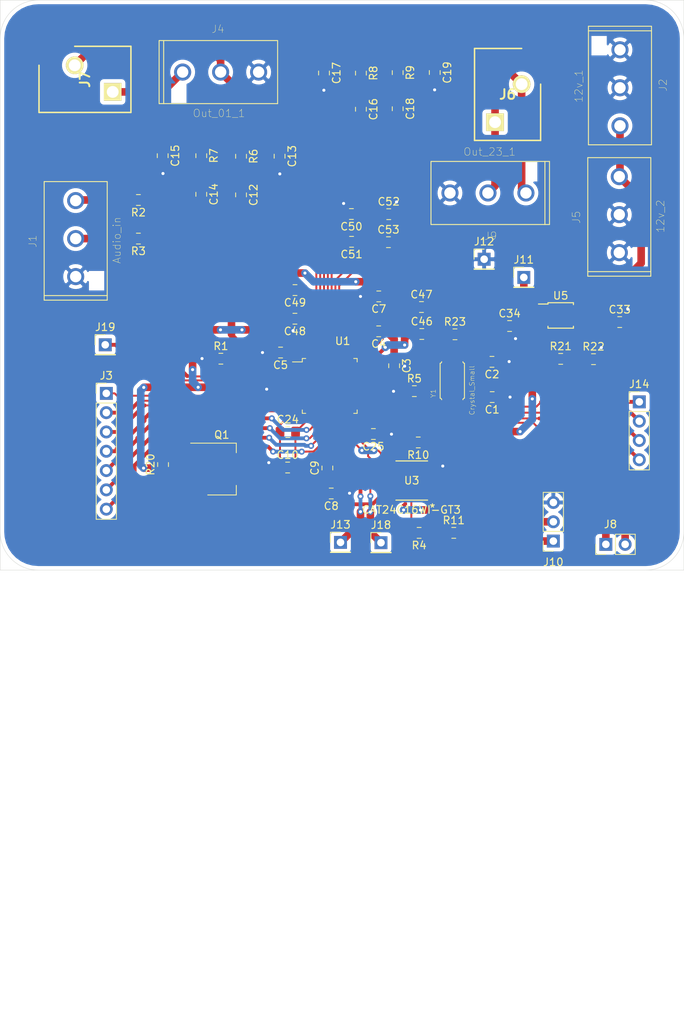
<source format=kicad_pcb>
(kicad_pcb (version 20171130) (host pcbnew "(5.1.4)-1")
  (layers (0 F.Cu signal) (31 B.Cu signal) (34 B.Paste user) (35 F.Paste user) (36 B.SilkS user) (37 F.SilkS user) (38 B.Mask user) (39 F.Mask user) (44 Edge.Cuts user))
  (net 0 "")
  (net 1 "Net-(C1-Pad2)")
  (net 2 GND)
  (net 3 +3V3)
  (net 4 "/output filter 2/In")
  (net 5 "Net-(C12-Pad1)")
  (net 6 "/output filter 1/In")
  (net 7 "Net-(C14-Pad1)")
  (net 8 "/output filter 3/In")
  (net 9 "Net-(C16-Pad1)")
  (net 10 "/output filter  4/In")
  (net 11 "Net-(C18-Pad1)")
  (net 12 +12V)
  (net 13 "Net-(J1-Pad3)")
  (net 14 "Net-(J1-Pad2)")
  (net 15 "Net-(J3-Pad7)")
  (net 16 "Net-(J3-Pad5)")
  (net 17 "Net-(J3-Pad3)")
  (net 18 "Net-(J3-Pad1)")
  (net 19 "Net-(J3-Pad6)")
  (net 20 "Net-(J3-Pad4)")
  (net 21 "Net-(J3-Pad2)")
  (net 22 "Net-(R2-Pad1)")
  (net 23 "Net-(R3-Pad1)")
  (net 24 "Net-(C46-Pad2)")
  (net 25 "Net-(C46-Pad1)")
  (net 26 "Net-(C48-Pad1)")
  (net 27 "Net-(C50-Pad1)")
  (net 28 "Net-(C52-Pad1)")
  (net 29 "Net-(J18-Pad1)")
  (net 30 "Net-(J19-Pad1)")
  (net 31 "Net-(C2-Pad2)")
  (net 32 "Net-(C10-Pad2)")
  (net 33 "Net-(J8-Pad2)")
  (net 34 "Net-(J8-Pad1)")
  (net 35 "Net-(Q1-Pad1)")
  (net 36 "Net-(R1-Pad2)")
  (net 37 "Net-(R5-Pad1)")
  (net 38 "Net-(R21-Pad2)")
  (net 39 "Net-(U3-Pad3)")
  (net 40 "Net-(U3-Pad2)")
  (net 41 "Net-(U3-Pad1)")
  (net 42 "/output filter 1/Out")
  (net 43 "/output filter 2/Out")
  (net 44 "/output filter 3/Out")
  (net 45 "/output filter  4/Out")
  (net 46 "Net-(J10-Pad1)")
  (net 47 "Net-(J10-Pad2)")
  (net 48 "Net-(J13-Pad1)")
  (net 49 "Net-(J14-Pad3)")
  (net 50 "Net-(J14-Pad1)")
  (net 51 "Net-(J14-Pad2)")
  (net 52 "Net-(J14-Pad4)")
  (module 691213710003:691213710003 (layer F.Cu) (at 69.939 101.373 90)
    (fp_text reference J1 (at -0.352 -5.6619 90) (layer F.SilkS) (effects (font (thickness 0.05))))
    (fp_text value Audio_in (at -0.217 5.42 90) (layer F.SilkS) (effects (font (thickness 0.05))))
    (fp_text user 1 (at -5.5 2.75 90) (layer Edge.Cuts) (effects (font (thickness 0.05))))
    (pad 3 thru_hole circle (at 5 0 90) (size 2.25 2.25) (drill 1.5) (layers *.Cu *.Mask) (net 13 "Net-(J1-Pad3)"))
    (pad 1 thru_hole circle (at -5 0 90) (size 2.25 2.25) (drill 1.5) (layers *.Cu *.Mask) (net 2 GND))
    (pad 2 thru_hole circle (at 0 0 90) (size 2.25 2.25) (drill 1.5) (layers *.Cu *.Mask) (net 14 "Net-(J1-Pad2)"))
  )
  (module Connector_PinHeader_2.54mm:PinHeader_1x07_P2.54mm_Vertical (layer F.Cu) (at 73.97 121.74)
    (fp_text reference J3 (at 0 -2.33) (layer F.SilkS))
    (fp_text value IO_1)
    (pad 7 thru_hole oval (at 0 15.24) (size 1.7 1.7) (drill 1) (layers *.Cu *.Mask) (net 15 "Net-(J3-Pad7)"))
    (pad 6 thru_hole oval (at 0 12.7) (size 1.7 1.7) (drill 1) (layers *.Cu *.Mask) (net 19 "Net-(J3-Pad6)"))
    (pad 5 thru_hole oval (at 0 10.16) (size 1.7 1.7) (drill 1) (layers *.Cu *.Mask) (net 16 "Net-(J3-Pad5)"))
    (pad 4 thru_hole oval (at 0 7.62) (size 1.7 1.7) (drill 1) (layers *.Cu *.Mask) (net 20 "Net-(J3-Pad4)"))
    (pad 3 thru_hole oval (at 0 5.08) (size 1.7 1.7) (drill 1) (layers *.Cu *.Mask) (net 17 "Net-(J3-Pad3)"))
    (pad 2 thru_hole oval (at 0 2.54) (size 1.7 1.7) (drill 1) (layers *.Cu *.Mask) (net 21 "Net-(J3-Pad2)"))
    (pad 1 thru_hole rect (at 0 0) (size 1.7 1.7) (drill 1) (layers *.Cu *.Mask) (net 18 "Net-(J3-Pad1)"))
  )
  (module Connector_PinHeader_2.54mm:PinHeader_1x04_P2.54mm_Vertical (layer F.Cu) (at 144.13 122.86)
    (fp_text reference J14 (at 0 -2.33) (layer F.SilkS))
    (fp_text value IO_3)
    (pad 4 thru_hole oval (at 0 7.62) (size 1.7 1.7) (drill 1) (layers *.Cu *.Mask) (net 52 "Net-(J14-Pad4)"))
    (pad 3 thru_hole oval (at 0 5.08) (size 1.7 1.7) (drill 1) (layers *.Cu *.Mask) (net 49 "Net-(J14-Pad3)"))
    (pad 2 thru_hole oval (at 0 2.54) (size 1.7 1.7) (drill 1) (layers *.Cu *.Mask) (net 51 "Net-(J14-Pad2)"))
    (pad 1 thru_hole rect (at 0 0) (size 1.7 1.7) (drill 1) (layers *.Cu *.Mask) (net 50 "Net-(J14-Pad1)"))
  )
  (module Connector_PinHeader_2.54mm:PinHeader_1x01_P2.54mm_Vertical (layer F.Cu) (at 104.8 141.35)
    (fp_text reference J13 (at 0 -2.33) (layer F.SilkS))
    (fp_text value IO_2)
    (pad 1 thru_hole rect (at 0 0) (size 1.7 1.7) (drill 1) (layers *.Cu *.Mask) (net 48 "Net-(J13-Pad1)"))
  )
  (module Connector_PinSocket_2.54mm:PinSocket_1x03_P2.54mm_Vertical (layer F.Cu) (at 132.82 141.18 180)
    (fp_text reference J10 (at 0 -2.77) (layer F.SilkS))
    (fp_text value Conn_01x03_Female)
    (pad 3 thru_hole oval (at 0 5.08 180) (size 1.7 1.7) (drill 1) (layers *.Cu *.Mask) (net 2 GND))
    (pad 2 thru_hole oval (at 0 2.54 180) (size 1.7 1.7) (drill 1) (layers *.Cu *.Mask) (net 47 "Net-(J10-Pad2)"))
    (pad 1 thru_hole rect (at 0 0 180) (size 1.7 1.7) (drill 1) (layers *.Cu *.Mask) (net 46 "Net-(J10-Pad1)"))
  )
  (module 5032_2P:OSCCC500X320X135 (layer F.Cu) (at 119.516 120.077 90)
    (fp_text reference Y1 (at -1.67551 -2.50806 90) (layer F.SilkS) (effects (font (size 0.640423 0.640423) (thickness 0.05))))
    (fp_text value Crystal_Small (at -1.26816 2.59393 90) (layer F.SilkS) (effects (font (size 0.640081 0.640081) (thickness 0.05))))
    (pad 2 smd rect (at 1.85 0 90) (size 1.7 2.4) (layers F.Cu F.Paste F.Mask) (net 31 "Net-(C2-Pad2)"))
    (pad 1 smd rect (at -1.85 0 90) (size 1.7 2.4) (layers F.Cu F.Paste F.Mask) (net 1 "Net-(C1-Pad2)"))
  )
  (module Package_SO:MSOP-8_3x3mm_P0.65mm (layer F.Cu) (at 133.786 111.487)
    (fp_text reference U5 (at 0 -2.6) (layer F.SilkS))
    (fp_text value ADP3336ARMZ)
    (pad 8 smd rect (at 2.2 -0.975) (size 1.45 0.45) (layers F.Cu F.Paste F.Mask) (net 12 +12V))
    (pad 7 smd rect (at 2.2 -0.325) (size 1.45 0.45) (layers F.Cu F.Paste F.Mask) (net 12 +12V))
    (pad 6 smd rect (at 2.2 0.325) (size 1.45 0.45) (layers F.Cu F.Paste F.Mask) (net 12 +12V))
    (pad 5 smd rect (at 2.2 0.975) (size 1.45 0.45) (layers F.Cu F.Paste F.Mask) (net 38 "Net-(R21-Pad2)"))
    (pad 4 smd rect (at -2.2 0.975) (size 1.45 0.45) (layers F.Cu F.Paste F.Mask) (net 2 GND))
    (pad 3 smd rect (at -2.2 0.325) (size 1.45 0.45) (layers F.Cu F.Paste F.Mask) (net 3 +3V3))
    (pad 2 smd rect (at -2.2 -0.325) (size 1.45 0.45) (layers F.Cu F.Paste F.Mask) (net 3 +3V3))
    (pad 1 smd rect (at -2.2 -0.975) (size 1.45 0.45) (layers F.Cu F.Paste F.Mask) (net 3 +3V3))
  )
  (module CAT24:CAT24C16WI-GT3 (layer F.Cu) (at 114.179 133.213 180)
    (fp_text reference U3 (at 0 0) (layer F.SilkS))
    (fp_text value CAT24C16WI-GT3 (at 0.039 -3.847) (layer F.SilkS))
    (fp_text user * (at -2.7178 -3.6068) (layer F.SilkS))
    (pad 8 smd rect (at 2.4638 -1.905 180) (size 1.9812 0.5588) (layers F.Cu F.Paste F.Mask) (net 3 +3V3))
    (pad 7 smd rect (at 2.4638 -0.635 180) (size 1.9812 0.5588) (layers F.Cu F.Paste F.Mask) (net 47 "Net-(J10-Pad2)"))
    (pad 6 smd rect (at 2.4638 0.635 180) (size 1.9812 0.5588) (layers F.Cu F.Paste F.Mask) (net 34 "Net-(J8-Pad1)"))
    (pad 5 smd rect (at 2.4638 1.905 180) (size 1.9812 0.5588) (layers F.Cu F.Paste F.Mask) (net 33 "Net-(J8-Pad2)"))
    (pad 4 smd rect (at -2.4638 1.905 180) (size 1.9812 0.5588) (layers F.Cu F.Paste F.Mask) (net 2 GND))
    (pad 3 smd rect (at -2.4638 0.635 180) (size 1.9812 0.5588) (layers F.Cu F.Paste F.Mask) (net 39 "Net-(U3-Pad3)"))
    (pad 2 smd rect (at -2.4638 -0.635 180) (size 1.9812 0.5588) (layers F.Cu F.Paste F.Mask) (net 40 "Net-(U3-Pad2)"))
    (pad 1 smd rect (at -2.4638 -1.905 180) (size 1.9812 0.5588) (layers F.Cu F.Paste F.Mask) (net 41 "Net-(U3-Pad1)"))
  )
  (module Package_QFP:LQFP-48_7x7mm_P0.5mm (layer F.Cu) (at 103.38 120.76)
    (fp_text reference U1 (at 1.71 -5.9) (layer F.SilkS))
    (fp_text value ADAU1701)
    (pad 48 smd roundrect (at -2.75 -4.1625) (size 0.3 1.475) (layers F.Cu F.Paste F.Mask) (net 3 +3V3))
    (pad 47 smd roundrect (at -2.25 -4.1625) (size 0.3 1.475) (layers F.Cu F.Paste F.Mask) (net 26 "Net-(C48-Pad1)"))
    (pad 46 smd roundrect (at -1.75 -4.1625) (size 0.3 1.475) (layers F.Cu F.Paste F.Mask) (net 6 "/output filter 1/In"))
    (pad 45 smd roundrect (at -1.25 -4.1625) (size 0.3 1.475) (layers F.Cu F.Paste F.Mask) (net 4 "/output filter 2/In"))
    (pad 44 smd roundrect (at -0.75 -4.1625) (size 0.3 1.475) (layers F.Cu F.Paste F.Mask) (net 8 "/output filter 3/In"))
    (pad 43 smd roundrect (at -0.25 -4.1625) (size 0.3 1.475) (layers F.Cu F.Paste F.Mask) (net 10 "/output filter  4/In"))
    (pad 42 smd roundrect (at 0.25 -4.1625) (size 0.3 1.475) (layers F.Cu F.Paste F.Mask) (net 2 GND))
    (pad 41 smd roundrect (at 0.75 -4.1625) (size 0.3 1.475) (layers F.Cu F.Paste F.Mask) (net 27 "Net-(C50-Pad1)"))
    (pad 40 smd roundrect (at 1.25 -4.1625) (size 0.3 1.475) (layers F.Cu F.Paste F.Mask) (net 28 "Net-(C52-Pad1)"))
    (pad 39 smd roundrect (at 1.75 -4.1625) (size 0.3 1.475) (layers F.Cu F.Paste F.Mask) (net 3 +3V3))
    (pad 38 smd roundrect (at 2.25 -4.1625) (size 0.3 1.475) (layers F.Cu F.Paste F.Mask) (net 2 GND))
    (pad 37 smd roundrect (at 2.75 -4.1625) (size 0.3 1.475) (layers F.Cu F.Paste F.Mask) (net 2 GND))
    (pad 36 smd roundrect (at 4.1625 -2.75) (size 1.475 0.3) (layers F.Cu F.Paste F.Mask) (net 3 +3V3))
    (pad 35 smd roundrect (at 4.1625 -2.25) (size 1.475 0.3) (layers F.Cu F.Paste F.Mask) (net 25 "Net-(C46-Pad1)"))
    (pad 34 smd roundrect (at 4.1625 -1.75) (size 1.475 0.3) (layers F.Cu F.Paste F.Mask) (net 3 +3V3))
    (pad 33 smd roundrect (at 4.1625 -1.25) (size 1.475 0.3) (layers F.Cu F.Paste F.Mask) (net 2 GND))
    (pad 32 smd roundrect (at 4.1625 -0.75) (size 1.475 0.3) (layers F.Cu F.Paste F.Mask) (net 31 "Net-(C2-Pad2)"))
    (pad 31 smd roundrect (at 4.1625 -0.25) (size 1.475 0.3) (layers F.Cu F.Paste F.Mask) (net 37 "Net-(R5-Pad1)"))
    (pad 30 smd roundrect (at 4.1625 0.25) (size 1.475 0.3) (layers F.Cu F.Paste F.Mask) (net 2 GND))
    (pad 29 smd roundrect (at 4.1625 0.75) (size 1.475 0.3) (layers F.Cu F.Paste F.Mask) (net 50 "Net-(J14-Pad1)"))
    (pad 28 smd roundrect (at 4.1625 1.25) (size 1.475 0.3) (layers F.Cu F.Paste F.Mask) (net 51 "Net-(J14-Pad2)"))
    (pad 27 smd roundrect (at 4.1625 1.75) (size 1.475 0.3) (layers F.Cu F.Paste F.Mask) (net 49 "Net-(J14-Pad3)"))
    (pad 26 smd roundrect (at 4.1625 2.25) (size 1.475 0.3) (layers F.Cu F.Paste F.Mask) (net 52 "Net-(J14-Pad4)"))
    (pad 25 smd roundrect (at 4.1625 2.75) (size 1.475 0.3) (layers F.Cu F.Paste F.Mask) (net 2 GND))
    (pad 24 smd roundrect (at 2.75 4.1625) (size 0.3 1.475) (layers F.Cu F.Paste F.Mask) (net 32 "Net-(C10-Pad2)"))
    (pad 23 smd roundrect (at 2.25 4.1625) (size 0.3 1.475) (layers F.Cu F.Paste F.Mask) (net 34 "Net-(J8-Pad1)"))
    (pad 22 smd roundrect (at 1.75 4.1625) (size 0.3 1.475) (layers F.Cu F.Paste F.Mask) (net 33 "Net-(J8-Pad2)"))
    (pad 21 smd roundrect (at 1.25 4.1625) (size 0.3 1.475) (layers F.Cu F.Paste F.Mask) (net 47 "Net-(J10-Pad2)"))
    (pad 20 smd roundrect (at 0.75 4.1625) (size 0.3 1.475) (layers F.Cu F.Paste F.Mask) (net 29 "Net-(J18-Pad1)"))
    (pad 19 smd roundrect (at 0.25 4.1625) (size 0.3 1.475) (layers F.Cu F.Paste F.Mask) (net 48 "Net-(J13-Pad1)"))
    (pad 18 smd roundrect (at -0.25 4.1625) (size 0.3 1.475) (layers F.Cu F.Paste F.Mask) (net 3 +3V3))
    (pad 17 smd roundrect (at -0.75 4.1625) (size 0.3 1.475) (layers F.Cu F.Paste F.Mask) (net 35 "Net-(Q1-Pad1)"))
    (pad 16 smd roundrect (at -1.25 4.1625) (size 0.3 1.475) (layers F.Cu F.Paste F.Mask) (net 15 "Net-(J3-Pad7)"))
    (pad 15 smd roundrect (at -1.75 4.1625) (size 0.3 1.475) (layers F.Cu F.Paste F.Mask) (net 19 "Net-(J3-Pad6)"))
    (pad 14 smd roundrect (at -2.25 4.1625) (size 0.3 1.475) (layers F.Cu F.Paste F.Mask) (net 16 "Net-(J3-Pad5)"))
    (pad 13 smd roundrect (at -2.75 4.1625) (size 0.3 1.475) (layers F.Cu F.Paste F.Mask) (net 32 "Net-(C10-Pad2)"))
    (pad 12 smd roundrect (at -4.1625 2.75) (size 1.475 0.3) (layers F.Cu F.Paste F.Mask) (net 2 GND))
    (pad 11 smd roundrect (at -4.1625 2.25) (size 1.475 0.3) (layers F.Cu F.Paste F.Mask) (net 20 "Net-(J3-Pad4)"))
    (pad 10 smd roundrect (at -4.1625 1.75) (size 1.475 0.3) (layers F.Cu F.Paste F.Mask) (net 17 "Net-(J3-Pad3)"))
    (pad 9 smd roundrect (at -4.1625 1.25) (size 1.475 0.3) (layers F.Cu F.Paste F.Mask) (net 21 "Net-(J3-Pad2)"))
    (pad 8 smd roundrect (at -4.1625 0.75) (size 1.475 0.3) (layers F.Cu F.Paste F.Mask) (net 18 "Net-(J3-Pad1)"))
    (pad 7 smd roundrect (at -4.1625 0.25) (size 1.475 0.3) (layers F.Cu F.Paste F.Mask) (net 2 GND))
    (pad 6 smd roundrect (at -4.1625 -0.25) (size 1.475 0.3) (layers F.Cu F.Paste F.Mask) (net 3 +3V3))
    (pad 5 smd roundrect (at -4.1625 -0.75) (size 1.475 0.3) (layers F.Cu F.Paste F.Mask) (net 30 "Net-(J19-Pad1)"))
    (pad 4 smd roundrect (at -4.1625 -1.25) (size 1.475 0.3) (layers F.Cu F.Paste F.Mask) (net 23 "Net-(R3-Pad1)"))
    (pad 3 smd roundrect (at -4.1625 -1.75) (size 1.475 0.3) (layers F.Cu F.Paste F.Mask) (net 36 "Net-(R1-Pad2)"))
    (pad 2 smd roundrect (at -4.1625 -2.25) (size 1.475 0.3) (layers F.Cu F.Paste F.Mask) (net 22 "Net-(R2-Pad1)"))
    (pad 1 smd roundrect (at -4.1625 -2.75) (size 1.475 0.3) (layers F.Cu F.Paste F.Mask) (net 2 GND))
  )
  (module Resistor_SMD:R_0805_2012Metric_Pad1.15x1.40mm_HandSolder (layer F.Cu) (at 119.87 113.97)
    (fp_text reference R23 (at 0 -1.65) (layer F.SilkS))
    (fp_text value 475r)
    (pad 2 smd roundrect (at 1.025 0) (size 1.15 1.4) (layers F.Cu F.Paste F.Mask) (roundrect_rratio 0.217391) (net 3 +3V3))
    (pad 1 smd roundrect (at -1.025 0) (size 1.15 1.4) (layers F.Cu F.Paste F.Mask) (roundrect_rratio 0.217391) (net 24 "Net-(C46-Pad2)"))
  )
  (module Resistor_SMD:R_0805_2012Metric_Pad1.15x1.40mm_HandSolder (layer F.Cu) (at 138.106 117.242)
    (fp_text reference R22 (at 0 -1.65) (layer F.SilkS))
    (fp_text value 78.7k)
    (pad 2 smd roundrect (at 1.025 0) (size 1.15 1.4) (layers F.Cu F.Paste F.Mask) (roundrect_rratio 0.217391) (net 2 GND))
    (pad 1 smd roundrect (at -1.025 0) (size 1.15 1.4) (layers F.Cu F.Paste F.Mask) (roundrect_rratio 0.217391) (net 38 "Net-(R21-Pad2)"))
  )
  (module Resistor_SMD:R_0805_2012Metric_Pad1.15x1.40mm_HandSolder (layer F.Cu) (at 133.786 117.202)
    (fp_text reference R21 (at 0 -1.65) (layer F.SilkS))
    (fp_text value 140k)
    (pad 2 smd roundrect (at 1.025 0) (size 1.15 1.4) (layers F.Cu F.Paste F.Mask) (roundrect_rratio 0.217391) (net 38 "Net-(R21-Pad2)"))
    (pad 1 smd roundrect (at -1.025 0) (size 1.15 1.4) (layers F.Cu F.Paste F.Mask) (roundrect_rratio 0.217391) (net 3 +3V3))
  )
  (module Resistor_SMD:R_0805_2012Metric_Pad1.15x1.40mm_HandSolder (layer F.Cu) (at 81.44 131.11 90)
    (fp_text reference R20 (at 0 -1.65 90) (layer F.SilkS))
    (fp_text value 1k00)
    (pad 2 smd roundrect (at 1.025 0 90) (size 1.15 1.4) (layers F.Cu F.Paste F.Mask) (roundrect_rratio 0.217391) (net 35 "Net-(Q1-Pad1)"))
    (pad 1 smd roundrect (at -1.025 0 90) (size 1.15 1.4) (layers F.Cu F.Paste F.Mask) (roundrect_rratio 0.217391) (net 3 +3V3))
  )
  (module Resistor_SMD:R_0805_2012Metric_Pad1.15x1.40mm_HandSolder (layer F.Cu) (at 119.71 140.1)
    (fp_text reference R11 (at 0 -1.65) (layer F.SilkS))
    (fp_text value 2k20)
    (pad 2 smd roundrect (at 1.025 0) (size 1.15 1.4) (layers F.Cu F.Paste F.Mask) (roundrect_rratio 0.217391) (net 46 "Net-(J10-Pad1)"))
    (pad 1 smd roundrect (at -1.025 0) (size 1.15 1.4) (layers F.Cu F.Paste F.Mask) (roundrect_rratio 0.217391) (net 3 +3V3))
  )
  (module Resistor_SMD:R_0805_2012Metric_Pad1.15x1.40mm_HandSolder (layer F.Cu) (at 115.035 128.2 180)
    (fp_text reference R10 (at 0 -1.65) (layer F.SilkS))
    (fp_text value 2k20)
    (pad 2 smd roundrect (at 1.025 0 180) (size 1.15 1.4) (layers F.Cu F.Paste F.Mask) (roundrect_rratio 0.217391) (net 33 "Net-(J8-Pad2)"))
    (pad 1 smd roundrect (at -1.025 0 180) (size 1.15 1.4) (layers F.Cu F.Paste F.Mask) (roundrect_rratio 0.217391) (net 3 +3V3))
  )
  (module Resistor_SMD:R_0805_2012Metric_Pad1.15x1.40mm_HandSolder (layer F.Cu) (at 112.326999 79.534001 270)
    (fp_text reference R9 (at 0 -1.65 90) (layer F.SilkS))
    (fp_text value 560r)
    (pad 2 smd roundrect (at 1.025 0 270) (size 1.15 1.4) (layers F.Cu F.Paste F.Mask) (roundrect_rratio 0.217391) (net 11 "Net-(C18-Pad1)"))
    (pad 1 smd roundrect (at -1.025 0 270) (size 1.15 1.4) (layers F.Cu F.Paste F.Mask) (roundrect_rratio 0.217391) (net 45 "/output filter  4/Out"))
  )
  (module Resistor_SMD:R_0805_2012Metric_Pad1.15x1.40mm_HandSolder (layer F.Cu) (at 107.486999 79.599001 270)
    (fp_text reference R8 (at 0 -1.65 90) (layer F.SilkS))
    (fp_text value 560r)
    (pad 2 smd roundrect (at 1.025 0 270) (size 1.15 1.4) (layers F.Cu F.Paste F.Mask) (roundrect_rratio 0.217391) (net 9 "Net-(C16-Pad1)"))
    (pad 1 smd roundrect (at -1.025 0 270) (size 1.15 1.4) (layers F.Cu F.Paste F.Mask) (roundrect_rratio 0.217391) (net 44 "/output filter 3/Out"))
  )
  (module Resistor_SMD:R_0805_2012Metric_Pad1.15x1.40mm_HandSolder (layer F.Cu) (at 86.472 90.464 270)
    (fp_text reference R7 (at 0 -1.65 90) (layer F.SilkS))
    (fp_text value 560r)
    (pad 2 smd roundrect (at 1.025 0 270) (size 1.15 1.4) (layers F.Cu F.Paste F.Mask) (roundrect_rratio 0.217391) (net 7 "Net-(C14-Pad1)"))
    (pad 1 smd roundrect (at -1.025 0 270) (size 1.15 1.4) (layers F.Cu F.Paste F.Mask) (roundrect_rratio 0.217391) (net 42 "/output filter 1/Out"))
  )
  (module Resistor_SMD:R_0805_2012Metric_Pad1.15x1.40mm_HandSolder (layer F.Cu) (at 91.707 90.539 270)
    (fp_text reference R6 (at 0 -1.65 90) (layer F.SilkS))
    (fp_text value 560r)
    (pad 2 smd roundrect (at 1.025 0 270) (size 1.15 1.4) (layers F.Cu F.Paste F.Mask) (roundrect_rratio 0.217391) (net 5 "Net-(C12-Pad1)"))
    (pad 1 smd roundrect (at -1.025 0 270) (size 1.15 1.4) (layers F.Cu F.Paste F.Mask) (roundrect_rratio 0.217391) (net 43 "/output filter 2/Out"))
  )
  (module Resistor_SMD:R_0805_2012Metric_Pad1.15x1.40mm_HandSolder (layer F.Cu) (at 114.52 121.45)
    (fp_text reference R5 (at 0 -1.65) (layer F.SilkS))
    (fp_text value 100)
    (pad 2 smd roundrect (at 1.025 0) (size 1.15 1.4) (layers F.Cu F.Paste F.Mask) (roundrect_rratio 0.217391) (net 1 "Net-(C1-Pad2)"))
    (pad 1 smd roundrect (at -1.025 0) (size 1.15 1.4) (layers F.Cu F.Paste F.Mask) (roundrect_rratio 0.217391) (net 37 "Net-(R5-Pad1)"))
  )
  (module Resistor_SMD:R_0805_2012Metric_Pad1.15x1.40mm_HandSolder (layer F.Cu) (at 115.15 140.1 180)
    (fp_text reference R4 (at 0 -1.65) (layer F.SilkS))
    (fp_text value 2k20)
    (pad 2 smd roundrect (at 1.025 0 180) (size 1.15 1.4) (layers F.Cu F.Paste F.Mask) (roundrect_rratio 0.217391) (net 34 "Net-(J8-Pad1)"))
    (pad 1 smd roundrect (at -1.025 0 180) (size 1.15 1.4) (layers F.Cu F.Paste F.Mask) (roundrect_rratio 0.217391) (net 3 +3V3))
  )
  (module Resistor_SMD:R_0805_2012Metric_Pad1.15x1.40mm_HandSolder (layer F.Cu) (at 78.194 101.373 180)
    (fp_text reference R3 (at 0 -1.65) (layer F.SilkS))
    (fp_text value 18k0)
    (pad 2 smd roundrect (at 1.025 0 180) (size 1.15 1.4) (layers F.Cu F.Paste F.Mask) (roundrect_rratio 0.217391) (net 14 "Net-(J1-Pad2)"))
    (pad 1 smd roundrect (at -1.025 0 180) (size 1.15 1.4) (layers F.Cu F.Paste F.Mask) (roundrect_rratio 0.217391) (net 23 "Net-(R3-Pad1)"))
  )
  (module Resistor_SMD:R_0805_2012Metric_Pad1.15x1.40mm_HandSolder (layer F.Cu) (at 78.194 96.293 180)
    (fp_text reference R2 (at 0 -1.65) (layer F.SilkS))
    (fp_text value 18k0)
    (pad 2 smd roundrect (at 1.025 0 180) (size 1.15 1.4) (layers F.Cu F.Paste F.Mask) (roundrect_rratio 0.217391) (net 13 "Net-(J1-Pad3)"))
    (pad 1 smd roundrect (at -1.025 0 180) (size 1.15 1.4) (layers F.Cu F.Paste F.Mask) (roundrect_rratio 0.217391) (net 22 "Net-(R2-Pad1)"))
  )
  (module Resistor_SMD:R_0805_2012Metric_Pad1.15x1.40mm_HandSolder (layer F.Cu) (at 89.05 117.18)
    (fp_text reference R1 (at 0 -1.65) (layer F.SilkS))
    (fp_text value 18k)
    (pad 2 smd roundrect (at 1.025 0) (size 1.15 1.4) (layers F.Cu F.Paste F.Mask) (roundrect_rratio 0.217391) (net 36 "Net-(R1-Pad2)"))
    (pad 1 smd roundrect (at -1.025 0) (size 1.15 1.4) (layers F.Cu F.Paste F.Mask) (roundrect_rratio 0.217391) (net 2 GND))
  )
  (module Package_TO_SOT_SMD:SOT-223 (layer F.Cu) (at 89.171 131.702)
    (fp_text reference Q1 (at 0 -4.5) (layer F.SilkS))
    (fp_text value Q_PNP_BCEC)
    (pad 1 smd rect (at -3.15 -2.3) (size 2 1.5) (layers F.Cu F.Paste F.Mask) (net 35 "Net-(Q1-Pad1)"))
    (pad 3 smd rect (at -3.15 2.3) (size 2 1.5) (layers F.Cu F.Paste F.Mask) (net 3 +3V3))
    (pad 2 smd rect (at -3.15 0) (size 2 1.5) (layers F.Cu F.Paste F.Mask) (net 32 "Net-(C10-Pad2)"))
    (pad 4 smd rect (at 3.15 0) (size 2 3.8) (layers F.Cu F.Paste F.Mask) (net 32 "Net-(C10-Pad2)"))
  )
  (module Connector_PinHeader_2.54mm:PinHeader_1x01_P2.54mm_Vertical (layer F.Cu) (at 73.83 115.35)
    (fp_text reference J19 (at 0 -2.33) (layer F.SilkS))
    (fp_text value Reset)
    (pad 1 thru_hole rect (at 0 0) (size 1.7 1.7) (drill 1) (layers *.Cu *.Mask) (net 30 "Net-(J19-Pad1)"))
  )
  (module Connector_PinHeader_2.54mm:PinHeader_1x01_P2.54mm_Vertical (layer F.Cu) (at 110.13 141.39)
    (fp_text reference J18 (at 0 -2.33) (layer F.SilkS))
    (fp_text value WB_Pin)
    (pad 1 thru_hole rect (at 0 0) (size 1.7 1.7) (drill 1) (layers *.Cu *.Mask) (net 29 "Net-(J18-Pad1)"))
  )
  (module Connector_PinHeader_2.54mm:PinHeader_1x01_P2.54mm_Vertical (layer F.Cu) (at 123.71 104.09)
    (fp_text reference J12 (at 0 -2.33) (layer F.SilkS))
    (fp_text value GND_Conn)
    (pad 1 thru_hole rect (at 0 0) (size 1.7 1.7) (drill 1) (layers *.Cu *.Mask) (net 2 GND))
  )
  (module Connector_PinHeader_2.54mm:PinHeader_1x01_P2.54mm_Vertical (layer F.Cu) (at 128.93 106.48)
    (fp_text reference J11 (at 0 -2.33) (layer F.SilkS))
    (fp_text value 3.3V_Conn)
    (pad 1 thru_hole rect (at 0 0) (size 1.7 1.7) (drill 1) (layers *.Cu *.Mask) (net 3 +3V3))
  )
  (module 691213710003:691213710003 (layer F.Cu) (at 124.21 95.37 180)
    (fp_text reference J9 (at -0.352 -5.6619) (layer F.SilkS) (effects (font (thickness 0.05))))
    (fp_text value Out_23_1 (at -0.217 5.42) (layer F.SilkS) (effects (font (thickness 0.05))))
    (fp_text user 1 (at -5.5 2.75) (layer Edge.Cuts) (effects (font (thickness 0.05))))
    (pad 3 thru_hole circle (at 5 0 180) (size 2.25 2.25) (drill 1.5) (layers *.Cu *.Mask) (net 2 GND))
    (pad 1 thru_hole circle (at -5 0 180) (size 2.25 2.25) (drill 1.5) (layers *.Cu *.Mask) (net 44 "/output filter 3/Out"))
    (pad 2 thru_hole circle (at 0 0 180) (size 2.25 2.25) (drill 1.5) (layers *.Cu *.Mask) (net 45 "/output filter  4/Out"))
  )
  (module Connector_PinHeader_2.54mm:PinHeader_1x02_P2.54mm_Vertical (layer F.Cu) (at 139.73 141.61 90)
    (fp_text reference J8 (at 2.64 0.61 180) (layer F.SilkS))
    (fp_text value CONN_EEPROM)
    (pad 2 thru_hole oval (at 0 2.54 90) (size 1.7 1.7) (drill 1) (layers *.Cu *.Mask) (net 33 "Net-(J8-Pad2)"))
    (pad 1 thru_hole rect (at 0 0 90) (size 1.7 1.7) (drill 1) (layers *.Cu *.Mask) (net 34 "Net-(J8-Pad1)"))
  )
  (module WJ250A-3.50-2P:WJ250A3502P (layer F.Cu) (at 74.81 82.07 270)
    (fp_text reference J7 (at -1.65 3.65 90) (layer F.SilkS) (effects (font (size 1.27 1.27) (thickness 0.254))))
    (fp_text value Out_01_2 hide)
    (pad 2 thru_hole circle (at -3.5 5) (size 2.325 2.325) (drill 1.55) (layers *.Cu *.Mask F.SilkS) (net 43 "/output filter 2/Out"))
    (pad 1 thru_hole rect (at 0 0) (size 2.325 2.325) (drill 1.55) (layers *.Cu *.Mask F.SilkS) (net 42 "/output filter 1/Out"))
  )
  (module WJ250A-3.50-2P:WJ250A3502P (layer F.Cu) (at 125.143999 86.052999 180)
    (fp_text reference J6 (at -1.65 3.65) (layer F.SilkS) (effects (font (size 1.27 1.27) (thickness 0.254))))
    (fp_text value Out_23_2 hide)
    (pad 2 thru_hole circle (at -3.5 5 270) (size 2.325 2.325) (drill 1.55) (layers *.Cu *.Mask F.SilkS) (net 44 "/output filter 3/Out"))
    (pad 1 thru_hole rect (at 0 0 270) (size 2.325 2.325) (drill 1.55) (layers *.Cu *.Mask F.SilkS) (net 45 "/output filter  4/Out"))
  )
  (module 691213710003:691213710003 (layer F.Cu) (at 141.5 98.22 90)
    (fp_text reference J5 (at -0.352 -5.6619 90) (layer F.SilkS) (effects (font (thickness 0.05))))
    (fp_text value 12v_2 (at -0.217 5.42 90) (layer F.SilkS) (effects (font (thickness 0.05))))
    (fp_text user 1 (at -5.5 2.75 90) (layer Edge.Cuts) (effects (font (thickness 0.05))))
    (pad 3 thru_hole circle (at 5 0 90) (size 2.25 2.25) (drill 1.5) (layers *.Cu *.Mask) (net 12 +12V))
    (pad 1 thru_hole circle (at -5 0 90) (size 2.25 2.25) (drill 1.5) (layers *.Cu *.Mask) (net 2 GND))
    (pad 2 thru_hole circle (at 0 0 90) (size 2.25 2.25) (drill 1.5) (layers *.Cu *.Mask) (net 2 GND))
  )
  (module 691213710003:691213710003 (layer F.Cu) (at 89.02 79.46)
    (fp_text reference J4 (at -0.352 -5.6619) (layer F.SilkS) (effects (font (thickness 0.05))))
    (fp_text value Out_01_1 (at -0.217 5.42) (layer F.SilkS) (effects (font (thickness 0.05))))
    (fp_text user 1 (at -5.5 2.75) (layer Edge.Cuts) (effects (font (thickness 0.05))))
    (pad 3 thru_hole circle (at 5 0) (size 2.25 2.25) (drill 1.5) (layers *.Cu *.Mask) (net 2 GND))
    (pad 1 thru_hole circle (at -5 0) (size 2.25 2.25) (drill 1.5) (layers *.Cu *.Mask) (net 42 "/output filter 1/Out"))
    (pad 2 thru_hole circle (at 0 0) (size 2.25 2.25) (drill 1.5) (layers *.Cu *.Mask) (net 43 "/output filter 2/Out"))
  )
  (module 691213710003:691213710003 (layer F.Cu) (at 141.59 81.53 270)
    (fp_text reference J2 (at -0.352 -5.6619 90) (layer F.SilkS) (effects (font (thickness 0.05))))
    (fp_text value 12v_1 (at -0.217 5.42 90) (layer F.SilkS) (effects (font (thickness 0.05))))
    (fp_text user 1 (at -5.5 2.75 90) (layer Edge.Cuts) (effects (font (thickness 0.05))))
    (pad 3 thru_hole circle (at 5 0 270) (size 2.25 2.25) (drill 1.5) (layers *.Cu *.Mask) (net 12 +12V))
    (pad 1 thru_hole circle (at -5 0 270) (size 2.25 2.25) (drill 1.5) (layers *.Cu *.Mask) (net 2 GND))
    (pad 2 thru_hole circle (at 0 0 270) (size 2.25 2.25) (drill 1.5) (layers *.Cu *.Mask) (net 2 GND))
  )
  (module Capacitor_SMD:C_0805_2012Metric_Pad1.15x1.40mm_HandSolder (layer F.Cu) (at 111.111 101.847)
    (fp_text reference C53 (at 0 -1.65) (layer F.SilkS))
    (fp_text value 47uF)
    (pad 2 smd roundrect (at 1.025 0) (size 1.15 1.4) (layers F.Cu F.Paste F.Mask) (roundrect_rratio 0.217391) (net 2 GND))
    (pad 1 smd roundrect (at -1.025 0) (size 1.15 1.4) (layers F.Cu F.Paste F.Mask) (roundrect_rratio 0.217391) (net 28 "Net-(C52-Pad1)"))
  )
  (module Capacitor_SMD:C_0805_2012Metric_Pad1.15x1.40mm_HandSolder (layer F.Cu) (at 111.15 98.16)
    (fp_text reference C52 (at 0 -1.65) (layer F.SilkS))
    (fp_text value 100nF)
    (pad 2 smd roundrect (at 1.025 0) (size 1.15 1.4) (layers F.Cu F.Paste F.Mask) (roundrect_rratio 0.217391) (net 2 GND))
    (pad 1 smd roundrect (at -1.025 0) (size 1.15 1.4) (layers F.Cu F.Paste F.Mask) (roundrect_rratio 0.217391) (net 28 "Net-(C52-Pad1)"))
  )
  (module Capacitor_SMD:C_0805_2012Metric_Pad1.15x1.40mm_HandSolder (layer F.Cu) (at 106.256 101.797 180)
    (fp_text reference C51 (at 0 -1.65) (layer F.SilkS))
    (fp_text value 10uF)
    (pad 2 smd roundrect (at 1.025 0 180) (size 1.15 1.4) (layers F.Cu F.Paste F.Mask) (roundrect_rratio 0.217391) (net 2 GND))
    (pad 1 smd roundrect (at -1.025 0 180) (size 1.15 1.4) (layers F.Cu F.Paste F.Mask) (roundrect_rratio 0.217391) (net 27 "Net-(C50-Pad1)"))
  )
  (module Capacitor_SMD:C_0805_2012Metric_Pad1.15x1.40mm_HandSolder (layer F.Cu) (at 106.235 98.14 180)
    (fp_text reference C50 (at 0 -1.65) (layer F.SilkS))
    (fp_text value 100nF)
    (pad 2 smd roundrect (at 1.025 0 180) (size 1.15 1.4) (layers F.Cu F.Paste F.Mask) (roundrect_rratio 0.217391) (net 2 GND))
    (pad 1 smd roundrect (at -1.025 0 180) (size 1.15 1.4) (layers F.Cu F.Paste F.Mask) (roundrect_rratio 0.217391) (net 27 "Net-(C50-Pad1)"))
  )
  (module Capacitor_SMD:C_0805_2012Metric_Pad1.15x1.40mm_HandSolder (layer F.Cu) (at 98.81 108.15 180)
    (fp_text reference C49 (at 0 -1.65) (layer F.SilkS))
    (fp_text value 10uF)
    (pad 2 smd roundrect (at 1.025 0 180) (size 1.15 1.4) (layers F.Cu F.Paste F.Mask) (roundrect_rratio 0.217391) (net 2 GND))
    (pad 1 smd roundrect (at -1.025 0 180) (size 1.15 1.4) (layers F.Cu F.Paste F.Mask) (roundrect_rratio 0.217391) (net 26 "Net-(C48-Pad1)"))
  )
  (module Capacitor_SMD:C_0805_2012Metric_Pad1.15x1.40mm_HandSolder (layer F.Cu) (at 98.801 111.917 180)
    (fp_text reference C48 (at 0 -1.65) (layer F.SilkS))
    (fp_text value 100nF)
    (pad 2 smd roundrect (at 1.025 0 180) (size 1.15 1.4) (layers F.Cu F.Paste F.Mask) (roundrect_rratio 0.217391) (net 2 GND))
    (pad 1 smd roundrect (at -1.025 0 180) (size 1.15 1.4) (layers F.Cu F.Paste F.Mask) (roundrect_rratio 0.217391) (net 26 "Net-(C48-Pad1)"))
  )
  (module Capacitor_SMD:C_0805_2012Metric_Pad1.15x1.40mm_HandSolder (layer F.Cu) (at 115.46 110.38)
    (fp_text reference C47 (at 0 -1.65) (layer F.SilkS))
    (fp_text value 3n3F)
    (pad 2 smd roundrect (at 1.025 0) (size 1.15 1.4) (layers F.Cu F.Paste F.Mask) (roundrect_rratio 0.217391) (net 3 +3V3))
    (pad 1 smd roundrect (at -1.025 0) (size 1.15 1.4) (layers F.Cu F.Paste F.Mask) (roundrect_rratio 0.217391) (net 25 "Net-(C46-Pad1)"))
  )
  (module Capacitor_SMD:C_0805_2012Metric_Pad1.15x1.40mm_HandSolder (layer F.Cu) (at 115.5 113.93)
    (fp_text reference C46 (at 0 -1.65) (layer F.SilkS))
    (fp_text value 56nF)
    (pad 2 smd roundrect (at 1.025 0) (size 1.15 1.4) (layers F.Cu F.Paste F.Mask) (roundrect_rratio 0.217391) (net 24 "Net-(C46-Pad2)"))
    (pad 1 smd roundrect (at -1.025 0) (size 1.15 1.4) (layers F.Cu F.Paste F.Mask) (roundrect_rratio 0.217391) (net 25 "Net-(C46-Pad1)"))
  )
  (module Capacitor_SMD:C_0805_2012Metric_Pad1.15x1.40mm_HandSolder (layer F.Cu) (at 127.06 112.88)
    (fp_text reference C34 (at 0 -1.65) (layer F.SilkS))
    (fp_text value 1uF)
    (pad 2 smd roundrect (at 1.025 0) (size 1.15 1.4) (layers F.Cu F.Paste F.Mask) (roundrect_rratio 0.217391) (net 2 GND))
    (pad 1 smd roundrect (at -1.025 0) (size 1.15 1.4) (layers F.Cu F.Paste F.Mask) (roundrect_rratio 0.217391) (net 3 +3V3))
  )
  (module Capacitor_SMD:C_0805_2012Metric_Pad1.15x1.40mm_HandSolder (layer F.Cu) (at 141.556 112.362)
    (fp_text reference C33 (at 0 -1.65) (layer F.SilkS))
    (fp_text value 1uF)
    (pad 2 smd roundrect (at 1.025 0) (size 1.15 1.4) (layers F.Cu F.Paste F.Mask) (roundrect_rratio 0.217391) (net 2 GND))
    (pad 1 smd roundrect (at -1.025 0) (size 1.15 1.4) (layers F.Cu F.Paste F.Mask) (roundrect_rratio 0.217391) (net 12 +12V))
  )
  (module Capacitor_SMD:C_0805_2012Metric_Pad1.15x1.40mm_HandSolder (layer F.Cu) (at 109.13 127.09 180)
    (fp_text reference C25 (at 0 -1.65) (layer F.SilkS))
    (fp_text value 100nF)
    (pad 2 smd roundrect (at 1.025 0 180) (size 1.15 1.4) (layers F.Cu F.Paste F.Mask) (roundrect_rratio 0.217391) (net 32 "Net-(C10-Pad2)"))
    (pad 1 smd roundrect (at -1.025 0 180) (size 1.15 1.4) (layers F.Cu F.Paste F.Mask) (roundrect_rratio 0.217391) (net 2 GND))
  )
  (module Capacitor_SMD:C_0805_2012Metric_Pad1.15x1.40mm_HandSolder (layer F.Cu) (at 97.86 126.83)
    (fp_text reference C24 (at 0 -1.65) (layer F.SilkS))
    (fp_text value 100nF)
    (pad 2 smd roundrect (at 1.025 0) (size 1.15 1.4) (layers F.Cu F.Paste F.Mask) (roundrect_rratio 0.217391) (net 32 "Net-(C10-Pad2)"))
    (pad 1 smd roundrect (at -1.025 0) (size 1.15 1.4) (layers F.Cu F.Paste F.Mask) (roundrect_rratio 0.217391) (net 2 GND))
  )
  (module Capacitor_SMD:C_0805_2012Metric_Pad1.15x1.40mm_HandSolder (layer F.Cu) (at 117.207 79.519 270)
    (fp_text reference C19 (at 0 -1.65 90) (layer F.SilkS))
    (fp_text value 4.7nF)
    (pad 2 smd roundrect (at 1.025 0 270) (size 1.15 1.4) (layers F.Cu F.Paste F.Mask) (roundrect_rratio 0.217391) (net 2 GND))
    (pad 1 smd roundrect (at -1.025 0 270) (size 1.15 1.4) (layers F.Cu F.Paste F.Mask) (roundrect_rratio 0.217391) (net 45 "/output filter  4/Out"))
  )
  (module Capacitor_SMD:C_0805_2012Metric_Pad1.15x1.40mm_HandSolder (layer F.Cu) (at 112.326999 84.284001 270)
    (fp_text reference C18 (at 0 -1.65 90) (layer F.SilkS))
    (fp_text value 47uF)
    (pad 2 smd roundrect (at 1.025 0 270) (size 1.15 1.4) (layers F.Cu F.Paste F.Mask) (roundrect_rratio 0.217391) (net 10 "/output filter  4/In"))
    (pad 1 smd roundrect (at -1.025 0 270) (size 1.15 1.4) (layers F.Cu F.Paste F.Mask) (roundrect_rratio 0.217391) (net 11 "Net-(C18-Pad1)"))
  )
  (module Capacitor_SMD:C_0805_2012Metric_Pad1.15x1.40mm_HandSolder (layer F.Cu) (at 102.627 79.584 270)
    (fp_text reference C17 (at 0 -1.65 90) (layer F.SilkS))
    (fp_text value 4.7nF)
    (pad 2 smd roundrect (at 1.025 0 270) (size 1.15 1.4) (layers F.Cu F.Paste F.Mask) (roundrect_rratio 0.217391) (net 2 GND))
    (pad 1 smd roundrect (at -1.025 0 270) (size 1.15 1.4) (layers F.Cu F.Paste F.Mask) (roundrect_rratio 0.217391) (net 44 "/output filter 3/Out"))
  )
  (module Capacitor_SMD:C_0805_2012Metric_Pad1.15x1.40mm_HandSolder (layer F.Cu) (at 107.486999 84.349001 270)
    (fp_text reference C16 (at 0 -1.65 90) (layer F.SilkS))
    (fp_text value 47uF)
    (pad 2 smd roundrect (at 1.025 0 270) (size 1.15 1.4) (layers F.Cu F.Paste F.Mask) (roundrect_rratio 0.217391) (net 8 "/output filter 3/In"))
    (pad 1 smd roundrect (at -1.025 0 270) (size 1.15 1.4) (layers F.Cu F.Paste F.Mask) (roundrect_rratio 0.217391) (net 9 "Net-(C16-Pad1)"))
  )
  (module Capacitor_SMD:C_0805_2012Metric_Pad1.15x1.40mm_HandSolder (layer F.Cu) (at 81.392 90.464 270)
    (fp_text reference C15 (at 0 -1.65 90) (layer F.SilkS))
    (fp_text value 4.7nF)
    (pad 2 smd roundrect (at 1.025 0 270) (size 1.15 1.4) (layers F.Cu F.Paste F.Mask) (roundrect_rratio 0.217391) (net 2 GND))
    (pad 1 smd roundrect (at -1.025 0 270) (size 1.15 1.4) (layers F.Cu F.Paste F.Mask) (roundrect_rratio 0.217391) (net 42 "/output filter 1/Out"))
  )
  (module Capacitor_SMD:C_0805_2012Metric_Pad1.15x1.40mm_HandSolder (layer F.Cu) (at 86.472 95.544 270)
    (fp_text reference C14 (at 0 -1.65 90) (layer F.SilkS))
    (fp_text value 47uF)
    (pad 2 smd roundrect (at 1.025 0 270) (size 1.15 1.4) (layers F.Cu F.Paste F.Mask) (roundrect_rratio 0.217391) (net 6 "/output filter 1/In"))
    (pad 1 smd roundrect (at -1.025 0 270) (size 1.15 1.4) (layers F.Cu F.Paste F.Mask) (roundrect_rratio 0.217391) (net 7 "Net-(C14-Pad1)"))
  )
  (module Capacitor_SMD:C_0805_2012Metric_Pad1.15x1.40mm_HandSolder (layer F.Cu) (at 96.78 90.53 270)
    (fp_text reference C13 (at 0 -1.65 90) (layer F.SilkS))
    (fp_text value 4.7nF)
    (pad 2 smd roundrect (at 1.025 0 270) (size 1.15 1.4) (layers F.Cu F.Paste F.Mask) (roundrect_rratio 0.217391) (net 2 GND))
    (pad 1 smd roundrect (at -1.025 0 270) (size 1.15 1.4) (layers F.Cu F.Paste F.Mask) (roundrect_rratio 0.217391) (net 43 "/output filter 2/Out"))
  )
  (module Capacitor_SMD:C_0805_2012Metric_Pad1.15x1.40mm_HandSolder (layer F.Cu) (at 91.707 95.619 270)
    (fp_text reference C12 (at 0 -1.65 90) (layer F.SilkS))
    (fp_text value 47uF)
    (pad 2 smd roundrect (at 1.025 0 270) (size 1.15 1.4) (layers F.Cu F.Paste F.Mask) (roundrect_rratio 0.217391) (net 4 "/output filter 2/In"))
    (pad 1 smd roundrect (at -1.025 0 270) (size 1.15 1.4) (layers F.Cu F.Paste F.Mask) (roundrect_rratio 0.217391) (net 5 "Net-(C12-Pad1)"))
  )
  (module Capacitor_SMD:C_0805_2012Metric_Pad1.15x1.40mm_HandSolder (layer F.Cu) (at 97.84 131.5)
    (fp_text reference C10 (at 0 -1.65) (layer F.SilkS))
    (fp_text value 10uF)
    (pad 2 smd roundrect (at 1.025 0) (size 1.15 1.4) (layers F.Cu F.Paste F.Mask) (roundrect_rratio 0.217391) (net 32 "Net-(C10-Pad2)"))
    (pad 1 smd roundrect (at -1.025 0) (size 1.15 1.4) (layers F.Cu F.Paste F.Mask) (roundrect_rratio 0.217391) (net 2 GND))
  )
  (module Capacitor_SMD:C_0805_2012Metric_Pad1.15x1.40mm_HandSolder (layer F.Cu) (at 103.07 131.56 90)
    (fp_text reference C9 (at 0 -1.65 90) (layer F.SilkS))
    (fp_text value 100nF)
    (pad 2 smd roundrect (at 1.025 0 90) (size 1.15 1.4) (layers F.Cu F.Paste F.Mask) (roundrect_rratio 0.217391) (net 3 +3V3))
    (pad 1 smd roundrect (at -1.025 0 90) (size 1.15 1.4) (layers F.Cu F.Paste F.Mask) (roundrect_rratio 0.217391) (net 2 GND))
  )
  (module Capacitor_SMD:C_0805_2012Metric_Pad1.15x1.40mm_HandSolder (layer F.Cu) (at 103.581 134.917 180)
    (fp_text reference C8 (at 0 -1.65) (layer F.SilkS))
    (fp_text value 10uF)
    (pad 2 smd roundrect (at 1.025 0 180) (size 1.15 1.4) (layers F.Cu F.Paste F.Mask) (roundrect_rratio 0.217391) (net 3 +3V3))
    (pad 1 smd roundrect (at -1.025 0 180) (size 1.15 1.4) (layers F.Cu F.Paste F.Mask) (roundrect_rratio 0.217391) (net 2 GND))
  )
  (module Capacitor_SMD:C_0805_2012Metric_Pad1.15x1.40mm_HandSolder (layer F.Cu) (at 109.84 108.98 180)
    (fp_text reference C7 (at 0 -1.65) (layer F.SilkS))
    (fp_text value 10uF)
    (pad 2 smd roundrect (at 1.025 0 180) (size 1.15 1.4) (layers F.Cu F.Paste F.Mask) (roundrect_rratio 0.217391) (net 2 GND))
    (pad 1 smd roundrect (at -1.025 0 180) (size 1.15 1.4) (layers F.Cu F.Paste F.Mask) (roundrect_rratio 0.217391) (net 3 +3V3))
  )
  (module Capacitor_SMD:C_0805_2012Metric_Pad1.15x1.40mm_HandSolder (layer F.Cu) (at 96.91 116.37 180)
    (fp_text reference C5 (at 0 -1.65) (layer F.SilkS))
    (fp_text value 100nF)
    (pad 2 smd roundrect (at 1.025 0 180) (size 1.15 1.4) (layers F.Cu F.Paste F.Mask) (roundrect_rratio 0.217391) (net 2 GND))
    (pad 1 smd roundrect (at -1.025 0 180) (size 1.15 1.4) (layers F.Cu F.Paste F.Mask) (roundrect_rratio 0.217391) (net 3 +3V3))
  )
  (module Capacitor_SMD:C_0805_2012Metric_Pad1.15x1.40mm_HandSolder (layer F.Cu) (at 109.825 113.58 180)
    (fp_text reference C4 (at 0 -1.65) (layer F.SilkS))
    (fp_text value 100nF)
    (pad 2 smd roundrect (at 1.025 0 180) (size 1.15 1.4) (layers F.Cu F.Paste F.Mask) (roundrect_rratio 0.217391) (net 2 GND))
    (pad 1 smd roundrect (at -1.025 0 180) (size 1.15 1.4) (layers F.Cu F.Paste F.Mask) (roundrect_rratio 0.217391) (net 3 +3V3))
  )
  (module Capacitor_SMD:C_0805_2012Metric_Pad1.15x1.40mm_HandSolder (layer F.Cu) (at 111.86 118.105 270)
    (fp_text reference C3 (at 0 -1.65 90) (layer F.SilkS))
    (fp_text value 100nF)
    (pad 2 smd roundrect (at 1.025 0 270) (size 1.15 1.4) (layers F.Cu F.Paste F.Mask) (roundrect_rratio 0.217391) (net 2 GND))
    (pad 1 smd roundrect (at -1.025 0 270) (size 1.15 1.4) (layers F.Cu F.Paste F.Mask) (roundrect_rratio 0.217391) (net 3 +3V3))
  )
  (module Capacitor_SMD:C_0805_2012Metric_Pad1.15x1.40mm_HandSolder (layer F.Cu) (at 124.74 117.59 180)
    (fp_text reference C2 (at 0 -1.65) (layer F.SilkS))
    (fp_text value 22pF)
    (pad 2 smd roundrect (at 1.025 0 180) (size 1.15 1.4) (layers F.Cu F.Paste F.Mask) (roundrect_rratio 0.217391) (net 31 "Net-(C2-Pad2)"))
    (pad 1 smd roundrect (at -1.025 0 180) (size 1.15 1.4) (layers F.Cu F.Paste F.Mask) (roundrect_rratio 0.217391) (net 2 GND))
  )
  (module Capacitor_SMD:C_0805_2012Metric_Pad1.15x1.40mm_HandSolder (layer F.Cu) (at 124.766 122.232 180)
    (fp_text reference C1 (at 0 -1.65) (layer F.SilkS))
    (fp_text value 22pF)
    (pad 2 smd roundrect (at 1.025 0 180) (size 1.15 1.4) (layers F.Cu F.Paste F.Mask) (roundrect_rratio 0.217391) (net 1 "Net-(C1-Pad2)"))
    (pad 1 smd roundrect (at -1.025 0 180) (size 1.15 1.4) (layers F.Cu F.Paste F.Mask) (roundrect_rratio 0.217391) (net 2 GND))
  )
  (gr_arc (start 145 140) (end 145 145) (angle -90) (layer Edge.Cuts) (width 0.05))
  (gr_arc (start 65 140) (end 60 140) (angle -90) (layer Edge.Cuts) (width 0.05))
  (gr_arc (start 65 75) (end 65 70) (angle -90) (layer Edge.Cuts) (width 0.05))
  (gr_arc (start 145 75) (end 150 75) (angle -90) (layer Edge.Cuts) (width 0.05))
  (gr_line (start 60 70) (end 60 145) (layer Edge.Cuts) (width 0.05))
  (gr_line (start 150 70) (end 60 70) (layer Edge.Cuts) (width 0.05))
  (gr_line (start 150 145) (end 150 70) (layer Edge.Cuts) (width 0.05))
  (gr_line (start 60 145) (end 150 145) (layer Edge.Cuts) (width 0.05))
  (segment (start 119.039 121.45) (end 119.516 121.927) (width 0.25) (layer F.Cu) (net 1))
  (segment (start 119.821 122.232) (end 119.516 121.927) (width 1) (layer F.Cu) (net 1))
  (segment (start 123.741 122.232) (end 119.821 122.232) (width 1) (layer F.Cu) (net 1))
  (segment (start 116.022 121.927) (end 115.545 121.45) (width 1) (layer F.Cu) (net 1))
  (segment (start 119.516 121.927) (end 116.022 121.927) (width 1) (layer F.Cu) (net 1))
  (segment (start 95.885 116.37) (end 94.53 116.37) (width 0.25) (layer F.Cu) (net 2))
  (segment (start 94.53 116.37) (end 94.53 116.37) (width 0.25) (layer F.Cu) (net 2))
  (via (at 94.53 116.37) (size 0.8) (drill 0.4) (layers F.Cu B.Cu) (net 2))
  (segment (start 104.620999 134.902001) (end 104.606 134.917) (width 0.25) (layer F.Cu) (net 2))
  (segment (start 105.99 134.88) (end 105.99 134.88) (width 0.25) (layer F.Cu) (net 2))
  (via (at 105.99 134.88) (size 0.8) (drill 0.4) (layers F.Cu B.Cu) (net 2))
  (segment (start 96.835 131.48) (end 96.815 131.5) (width 0.25) (layer F.Cu) (net 2))
  (segment (start 96.835 126.83) (end 96.835 131.48) (width 0.25) (layer F.Cu) (net 2))
  (segment (start 110.155 126.1225) (end 107.5425 123.51) (width 0.25) (layer F.Cu) (net 2))
  (segment (start 110.155 127.09) (end 110.155 126.1225) (width 0.25) (layer F.Cu) (net 2))
  (segment (start 96.835 125.8925) (end 99.2175 123.51) (width 0.25) (layer F.Cu) (net 2))
  (segment (start 96.835 126.83) (end 96.835 125.8925) (width 0.25) (layer F.Cu) (net 2))
  (segment (start 104.615 134.908) (end 104.606 134.917) (width 0.25) (layer F.Cu) (net 2))
  (segment (start 95.5 130.86) (end 95.36 130.86) (width 0.25) (layer F.Cu) (net 2))
  (segment (start 95.36 130.86) (end 95.36 130.86) (width 0.25) (layer F.Cu) (net 2))
  (via (at 95.36 130.86) (size 0.8) (drill 0.4) (layers F.Cu B.Cu) (net 2))
  (segment (start 108.38 119.51) (end 107.5425 119.51) (width 0.25) (layer F.Cu) (net 2))
  (segment (start 109.26641 119.51) (end 108.38 119.51) (width 0.25) (layer F.Cu) (net 2))
  (segment (start 109.64641 119.13) (end 109.26641 119.51) (width 0.25) (layer F.Cu) (net 2))
  (segment (start 111.86 119.13) (end 109.64641 119.13) (width 0.25) (layer F.Cu) (net 2))
  (segment (start 127 117.56) (end 127 117.56) (width 0.25) (layer F.Cu) (net 2))
  (via (at 127 117.56) (size 0.8) (drill 0.4) (layers F.Cu B.Cu) (net 2))
  (segment (start 127.118 122.232) (end 127.118 122.232) (width 0.25) (layer F.Cu) (net 2))
  (via (at 127.118 122.232) (size 0.8) (drill 0.4) (layers F.Cu B.Cu) (net 2))
  (segment (start 118.262 131.308) (end 118.262 131.308) (width 0.25) (layer F.Cu) (net 2))
  (via (at 118.262 131.308) (size 0.8) (drill 0.4) (layers F.Cu B.Cu) (net 2))
  (via (at 111.51 127.11) (size 0.8) (drill 0.4) (layers F.Cu B.Cu) (net 2))
  (segment (start 99.2175 121.01) (end 97.59 121.01) (width 0.25) (layer F.Cu) (net 2))
  (segment (start 97.59 121.01) (end 97.59 121.01) (width 0.25) (layer F.Cu) (net 2))
  (segment (start 97.59 121.01) (end 97.22 121.01) (width 0.25) (layer F.Cu) (net 2))
  (segment (start 97.22 121.01) (end 95.26 121.01) (width 0.25) (layer F.Cu) (net 2))
  (segment (start 95.26 121.01) (end 95.08 121.19) (width 0.25) (layer F.Cu) (net 2))
  (segment (start 95.08 121.19) (end 95.08 121.19) (width 0.25) (layer F.Cu) (net 2))
  (via (at 95.08 121.19) (size 0.8) (drill 0.4) (layers F.Cu B.Cu) (net 2))
  (segment (start 110.82641 121.01) (end 110.83641 121.02) (width 0.25) (layer F.Cu) (net 2))
  (segment (start 107.5425 121.01) (end 110.82641 121.01) (width 0.25) (layer F.Cu) (net 2))
  (segment (start 110.83641 121.02) (end 111.33 121.02) (width 0.25) (layer F.Cu) (net 2))
  (segment (start 111.33 121.02) (end 111.78 121.47) (width 0.25) (layer F.Cu) (net 2))
  (segment (start 111.78 121.47) (end 111.78 121.47) (width 0.25) (layer F.Cu) (net 2))
  (via (at 111.78 121.47) (size 0.8) (drill 0.4) (layers F.Cu B.Cu) (net 2))
  (segment (start 97.525 118.01) (end 99.2175 118.01) (width 0.25) (layer F.Cu) (net 2))
  (segment (start 95.885 116.37) (end 97.525 118.01) (width 0.25) (layer F.Cu) (net 2))
  (segment (start 113.24 118.16) (end 113.24 118.16) (width 0.25) (layer F.Cu) (net 2))
  (via (at 113.24 118.16) (size 0.8) (drill 0.4) (layers F.Cu B.Cu) (net 2))
  (segment (start 87.35 117.18) (end 87.33 117.16) (width 0.25) (layer F.Cu) (net 2))
  (segment (start 88.025 117.18) (end 87.35 117.18) (width 0.25) (layer F.Cu) (net 2))
  (segment (start 87.33 117.16) (end 86.8 117.16) (width 0.25) (layer F.Cu) (net 2))
  (segment (start 86.8 117.16) (end 86.57 117.16) (width 0.25) (layer F.Cu) (net 2))
  (via (at 86.57 117.16) (size 0.8) (drill 0.4) (layers F.Cu B.Cu) (net 2))
  (segment (start 130.500999 112.487001) (end 131.586 112.487001) (width 0.5) (layer F.Cu) (net 2))
  (segment (start 129.152999 112.487001) (end 130.500999 112.487001) (width 0.5) (layer F.Cu) (net 2))
  (segment (start 128.085 112.88) (end 128.76 112.88) (width 0.5) (layer F.Cu) (net 2))
  (segment (start 128.76 112.88) (end 129.152999 112.487001) (width 0.5) (layer F.Cu) (net 2))
  (segment (start 127.84 114.54) (end 127.84 114.54) (width 0.5) (layer F.Cu) (net 2))
  (via (at 127.84 114.54) (size 0.8) (drill 0.4) (layers F.Cu B.Cu) (net 2))
  (segment (start 142.581 111.562) (end 142.62 111.523) (width 1) (layer F.Cu) (net 2))
  (segment (start 142.581 112.362) (end 142.581 111.562) (width 1) (layer F.Cu) (net 2))
  (segment (start 142.62 111.523) (end 142.62 110.66) (width 1) (layer F.Cu) (net 2))
  (segment (start 139.131 117.242) (end 139.131 115.721) (width 1) (layer F.Cu) (net 2))
  (via (at 139.131 115.721) (size 0.8) (drill 0.4) (layers F.Cu B.Cu) (net 2))
  (segment (start 142.62 110.66) (end 142.62 110.66) (width 1) (layer F.Cu) (net 2))
  (via (at 142.62 110.66) (size 0.8) (drill 0.4) (layers F.Cu B.Cu) (net 2))
  (segment (start 96 131.5) (end 95.36 130.86) (width 1) (layer F.Cu) (net 2))
  (segment (start 96.815 131.5) (end 96 131.5) (width 1) (layer F.Cu) (net 2))
  (segment (start 108.14 108.98) (end 108.13 108.99) (width 1) (layer F.Cu) (net 2))
  (segment (start 108.815 108.98) (end 108.14 108.98) (width 1) (layer F.Cu) (net 2))
  (segment (start 108.13 108.99) (end 107.43 108.99) (width 1) (layer F.Cu) (net 2))
  (segment (start 107.43 108.99) (end 107.43 108.99) (width 1) (layer F.Cu) (net 2))
  (via (at 107.43 108.99) (size 0.8) (drill 0.4) (layers F.Cu B.Cu) (net 2))
  (segment (start 108.815 113.565) (end 108.8 113.58) (width 1) (layer F.Cu) (net 2))
  (segment (start 108.815 108.98) (end 108.815 113.565) (width 1) (layer F.Cu) (net 2))
  (segment (start 112.27 119.13) (end 113.24 118.16) (width 1) (layer F.Cu) (net 2))
  (segment (start 111.86 119.13) (end 112.27 119.13) (width 1) (layer F.Cu) (net 2))
  (segment (start 126.97 117.59) (end 127 117.56) (width 1) (layer F.Cu) (net 2))
  (segment (start 125.765 117.59) (end 126.97 117.59) (width 1) (layer F.Cu) (net 2))
  (segment (start 125.791 122.232) (end 127.118 122.232) (width 1) (layer F.Cu) (net 2))
  (segment (start 104.606 134.121) (end 104.606 134.917) (width 1) (layer F.Cu) (net 2))
  (segment (start 103.07 132.585) (end 104.606 134.121) (width 1) (layer F.Cu) (net 2))
  (segment (start 104.643 134.88) (end 104.606 134.917) (width 1) (layer F.Cu) (net 2))
  (segment (start 105.99 134.88) (end 104.643 134.88) (width 1) (layer F.Cu) (net 2))
  (segment (start 128.085 114.295) (end 127.84 114.54) (width 1) (layer F.Cu) (net 2))
  (segment (start 128.085 112.88) (end 128.085 114.295) (width 1) (layer F.Cu) (net 2))
  (segment (start 110.175 127.11) (end 110.155 127.09) (width 1) (layer F.Cu) (net 2))
  (segment (start 111.51 127.11) (end 110.175 127.11) (width 1) (layer F.Cu) (net 2))
  (segment (start 118.262 131.308) (end 116.6428 131.308) (width 1) (layer F.Cu) (net 2))
  (segment (start 108.8 113.9275) (end 106.13 116.5975) (width 0.5) (layer F.Cu) (net 2))
  (segment (start 108.8 113.58) (end 108.8 113.9275) (width 0.5) (layer F.Cu) (net 2))
  (segment (start 105.73001 116.49749) (end 105.73001 116.5975) (width 0.5) (layer F.Cu) (net 2))
  (segment (start 105.85071 116.37679) (end 105.73001 116.49749) (width 0.5) (layer F.Cu) (net 2))
  (segment (start 106.13 116.5975) (end 105.90929 116.37679) (width 0.5) (layer F.Cu) (net 2))
  (segment (start 105.90929 116.37679) (end 105.85071 116.37679) (width 0.5) (layer F.Cu) (net 2))
  (segment (start 97.776 112.717) (end 98.55 113.491) (width 1) (layer F.Cu) (net 2))
  (segment (start 97.776 111.917) (end 97.776 112.717) (width 1) (layer F.Cu) (net 2))
  (segment (start 97.776 108.159) (end 97.785 108.15) (width 1) (layer F.Cu) (net 2))
  (segment (start 97.776 111.917) (end 97.776 108.159) (width 1) (layer F.Cu) (net 2))
  (segment (start 98.55 113.491) (end 98.55 113.491) (width 1) (layer F.Cu) (net 2))
  (via (at 98.55 113.491) (size 0.8) (drill 0.4) (layers F.Cu B.Cu) (net 2))
  (segment (start 103.63 116.5975) (end 103.63 106.65) (width 0.25) (layer F.Cu) (net 2))
  (segment (start 105.231 98.161) (end 105.21 98.14) (width 1) (layer F.Cu) (net 2))
  (segment (start 105.231 101.797) (end 105.231 98.161) (width 1) (layer F.Cu) (net 2))
  (segment (start 103.63 106.65) (end 103.63 106.01) (width 0.25) (layer F.Cu) (net 2))
  (segment (start 103.63 106.01) (end 104.14 105.5) (width 0.25) (layer F.Cu) (net 2))
  (segment (start 104.14 105.5) (end 104.14 105.47) (width 0.5) (layer F.Cu) (net 2))
  (segment (start 105.231 104.379) (end 105.231 101.797) (width 0.5) (layer F.Cu) (net 2))
  (segment (start 104.14 105.47) (end 105.231 104.379) (width 0.5) (layer F.Cu) (net 2))
  (segment (start 112.175 101.808) (end 112.136 101.847) (width 1) (layer F.Cu) (net 2))
  (segment (start 112.175 98.16) (end 112.175 101.808) (width 1) (layer F.Cu) (net 2))
  (segment (start 105.21 98.14) (end 105.21 96.75) (width 1) (layer F.Cu) (net 2))
  (segment (start 112.175 98.16) (end 112.175 96.555) (width 1) (layer F.Cu) (net 2))
  (segment (start 112.175 96.555) (end 112.175 96.555) (width 1) (layer F.Cu) (net 2))
  (via (at 112.175 96.555) (size 0.8) (drill 0.4) (layers F.Cu B.Cu) (net 2))
  (segment (start 105.21 96.75) (end 105.21 96.75) (width 1) (layer F.Cu) (net 2))
  (via (at 105.21 96.75) (size 0.8) (drill 0.4) (layers F.Cu B.Cu) (net 2))
  (segment (start 96.78 92.23) (end 96.81 92.26) (width 1) (layer F.Cu) (net 2))
  (segment (start 96.78 91.555) (end 96.78 92.23) (width 1) (layer F.Cu) (net 2))
  (segment (start 96.81 92.26) (end 96.81 92.86) (width 1) (layer F.Cu) (net 2))
  (segment (start 96.81 92.86) (end 96.81 92.86) (width 1) (layer F.Cu) (net 2))
  (via (at 96.81 92.86) (size 0.8) (drill 0.4) (layers F.Cu B.Cu) (net 2))
  (via (at 81.43 92.81) (size 0.8) (drill 0.4) (layers F.Cu B.Cu) (net 2))
  (segment (start 117.207 81.219) (end 117.19 81.236) (width 1) (layer F.Cu) (net 2))
  (segment (start 117.207 80.544) (end 117.207 81.219) (width 1) (layer F.Cu) (net 2))
  (segment (start 117.19 81.236) (end 117.19 81.8) (width 1) (layer F.Cu) (net 2))
  (segment (start 102.627 81.284) (end 102.61 81.301) (width 1) (layer F.Cu) (net 2))
  (segment (start 102.627 80.609) (end 102.627 81.284) (width 1) (layer F.Cu) (net 2))
  (segment (start 102.61 81.301) (end 102.61 81.85) (width 1) (layer F.Cu) (net 2))
  (segment (start 102.61 81.85) (end 102.61 81.85) (width 1) (layer F.Cu) (net 2))
  (via (at 102.61 81.85) (size 0.8) (drill 0.4) (layers F.Cu B.Cu) (net 2))
  (segment (start 117.19 81.8) (end 117.19 81.8) (width 1) (layer F.Cu) (net 2))
  (via (at 117.19 81.8) (size 0.8) (drill 0.4) (layers F.Cu B.Cu) (net 2))
  (segment (start 81.392 92.772) (end 81.43 92.81) (width 1) (layer F.Cu) (net 2))
  (segment (start 81.392 91.489) (end 81.392 92.772) (width 1) (layer F.Cu) (net 2))
  (segment (start 100.65 116.5775) (end 100.63 116.5975) (width 0.25) (layer F.Cu) (net 3))
  (segment (start 107.5625 118.99) (end 107.5425 119.01) (width 0.25) (layer F.Cu) (net 3))
  (segment (start 86.021 134.002) (end 86.271 134.002) (width 0.25) (layer F.Cu) (net 3))
  (segment (start 118.685 140.1) (end 118.01 140.1) (width 0.25) (layer F.Cu) (net 3))
  (segment (start 103.07 128.537999) (end 103.07 130.535) (width 0.25) (layer F.Cu) (net 3))
  (segment (start 103.13 124.9225) (end 103.13 128.477999) (width 0.25) (layer F.Cu) (net 3))
  (segment (start 103.13 128.477999) (end 103.07 128.537999) (width 0.25) (layer F.Cu) (net 3))
  (segment (start 102.556 134.566) (end 102.556 134.917) (width 0.25) (layer F.Cu) (net 3))
  (segment (start 108.38 119.01) (end 107.5425 119.01) (width 0.25) (layer F.Cu) (net 3))
  (segment (start 109.13 119.01) (end 108.38 119.01) (width 0.25) (layer F.Cu) (net 3))
  (segment (start 111.06 117.08) (end 109.13 119.01) (width 0.25) (layer F.Cu) (net 3))
  (segment (start 111.86 117.08) (end 111.06 117.08) (width 0.25) (layer F.Cu) (net 3))
  (segment (start 98.334999 120.464999) (end 91.685001 120.464999) (width 0.25) (layer F.Cu) (net 3))
  (segment (start 99.2175 120.51) (end 98.38 120.51) (width 0.25) (layer F.Cu) (net 3))
  (segment (start 98.38 120.51) (end 98.334999 120.464999) (width 0.25) (layer F.Cu) (net 3))
  (segment (start 91.685001 120.464999) (end 91.21 120.94) (width 0.25) (layer F.Cu) (net 3))
  (segment (start 92.35 113.38) (end 92.26 113.38) (width 0.25) (layer F.Cu) (net 3))
  (segment (start 85.33 118.62) (end 85.33 118.62) (width 0.25) (layer F.Cu) (net 3))
  (via (at 85.33 118.62) (size 0.8) (drill 0.4) (layers F.Cu B.Cu) (net 3))
  (segment (start 86.06 120.94) (end 86.06 120.94) (width 0.25) (layer F.Cu) (net 3))
  (via (at 86.06 120.94) (size 0.8) (drill 0.4) (layers F.Cu B.Cu) (net 3))
  (segment (start 78.9 120.96) (end 78.9 120.96) (width 0.25) (layer F.Cu) (net 3))
  (via (at 78.9 120.96) (size 0.8) (drill 0.4) (layers F.Cu B.Cu) (net 3))
  (segment (start 78.500001 121.359999) (end 78.500001 131.210001) (width 1) (layer B.Cu) (net 3))
  (segment (start 78.9 120.96) (end 78.500001 121.359999) (width 1) (layer B.Cu) (net 3))
  (segment (start 78.500001 131.210001) (end 78.87 131.58) (width 1) (layer B.Cu) (net 3))
  (segment (start 78.87 131.58) (end 78.87 131.58) (width 1) (layer B.Cu) (net 3))
  (via (at 78.87 131.58) (size 0.8) (drill 0.4) (layers F.Cu B.Cu) (net 3))
  (segment (start 86.936 134.917) (end 86.021 134.002) (width 1) (layer F.Cu) (net 3))
  (segment (start 102.556 134.917) (end 86.936 134.917) (width 1) (layer F.Cu) (net 3))
  (segment (start 102.556 135.717) (end 103.179 136.34) (width 1) (layer F.Cu) (net 3))
  (segment (start 102.556 134.917) (end 102.556 135.717) (width 1) (layer F.Cu) (net 3))
  (segment (start 103.179 136.34) (end 105.81 136.34) (width 1) (layer F.Cu) (net 3))
  (segment (start 111.7152 135.118) (end 111.7152 139.4652) (width 0.5) (layer F.Cu) (net 3))
  (segment (start 111.7152 139.4652) (end 112.49 140.24) (width 0.5) (layer F.Cu) (net 3))
  (segment (start 112.49 140.24) (end 112.49 141.32) (width 0.5) (layer F.Cu) (net 3))
  (segment (start 112.49 141.32) (end 113.37 142.2) (width 0.5) (layer F.Cu) (net 3))
  (segment (start 114.075 142.2) (end 116.175 140.1) (width 0.5) (layer F.Cu) (net 3))
  (segment (start 113.37 142.2) (end 114.075 142.2) (width 0.5) (layer F.Cu) (net 3))
  (segment (start 116.175 140.1) (end 118.685 140.1) (width 1) (layer F.Cu) (net 3))
  (segment (start 130.05 122.47) (end 130.05 122.47) (width 1) (layer B.Cu) (net 3))
  (via (at 130.05 122.47) (size 0.8) (drill 0.4) (layers F.Cu B.Cu) (net 3))
  (segment (start 131.586 110.512) (end 131.586 111.162) (width 1) (layer F.Cu) (net 3))
  (segment (start 131.586 111.162) (end 131.586 111.536999) (width 1) (layer F.Cu) (net 3))
  (segment (start 126.035 112.08) (end 126.035 112.88) (width 1) (layer F.Cu) (net 3))
  (segment (start 126.953 111.162) (end 126.035 112.08) (width 1) (layer F.Cu) (net 3))
  (segment (start 130.05 119.913) (end 132.761 117.202) (width 1) (layer F.Cu) (net 3))
  (segment (start 130.05 122.47) (end 130.05 119.913) (width 1) (layer F.Cu) (net 3))
  (segment (start 126.035 114.835) (end 126.035 112.88) (width 1) (layer F.Cu) (net 3))
  (segment (start 127.19 115.99) (end 126.035 114.835) (width 1) (layer F.Cu) (net 3))
  (segment (start 127.9 115.99) (end 127.19 115.99) (width 1) (layer F.Cu) (net 3))
  (segment (start 130.05 119.913) (end 130.05 118.14) (width 1) (layer F.Cu) (net 3))
  (segment (start 130.05 118.14) (end 127.9 115.99) (width 1) (layer F.Cu) (net 3))
  (segment (start 128.93 110.324) (end 128.092 111.162) (width 1) (layer F.Cu) (net 3))
  (segment (start 128.93 106.48) (end 128.93 110.324) (width 1) (layer F.Cu) (net 3))
  (segment (start 131.586 111.162) (end 128.092 111.162) (width 1) (layer F.Cu) (net 3))
  (segment (start 128.092 111.162) (end 126.953 111.162) (width 1) (layer F.Cu) (net 3))
  (segment (start 88.3 113.38) (end 87.47 113.38) (width 1) (layer F.Cu) (net 3))
  (segment (start 85.33 115.52) (end 85.33 118.62) (width 1) (layer F.Cu) (net 3))
  (segment (start 87.47 113.38) (end 85.33 115.52) (width 1) (layer F.Cu) (net 3))
  (segment (start 78.92 120.94) (end 78.9 120.96) (width 1) (layer F.Cu) (net 3))
  (segment (start 86.06 120.94) (end 78.92 120.94) (width 1) (layer F.Cu) (net 3))
  (segment (start 97.935 115.155) (end 97.935 116.37) (width 1) (layer F.Cu) (net 3))
  (segment (start 96.16 113.38) (end 97.935 115.155) (width 1) (layer F.Cu) (net 3))
  (segment (start 98.61 116.37) (end 98.64 116.34) (width 1) (layer F.Cu) (net 3))
  (segment (start 97.935 116.37) (end 98.61 116.37) (width 1) (layer F.Cu) (net 3))
  (segment (start 98.64 116.34) (end 99.78 116.34) (width 1) (layer F.Cu) (net 3))
  (segment (start 100.52999 116.49749) (end 100.52999 116.5975) (width 0.5) (layer F.Cu) (net 3))
  (segment (start 99.78 116.34) (end 100.3725 116.34) (width 0.5) (layer F.Cu) (net 3))
  (segment (start 100.3725 116.34) (end 100.52999 116.49749) (width 0.5) (layer F.Cu) (net 3))
  (segment (start 105.13 116.5975) (end 105.13 116.09) (width 0.25) (layer F.Cu) (net 3))
  (segment (start 106.705 118.01) (end 107.5425 118.01) (width 0.25) (layer F.Cu) (net 3))
  (segment (start 105.705 118.01) (end 106.705 118.01) (width 0.25) (layer F.Cu) (net 3))
  (segment (start 105.13 117.435) (end 105.705 118.01) (width 0.25) (layer F.Cu) (net 3))
  (segment (start 105.13 116.5975) (end 105.13 117.435) (width 0.25) (layer F.Cu) (net 3))
  (segment (start 86.06 120.94) (end 91.21 120.94) (width 1) (layer F.Cu) (net 3))
  (segment (start 86.06 120.94) (end 85.31 120.19) (width 1) (layer B.Cu) (net 3))
  (segment (start 85.33 120.17) (end 85.33 118.62) (width 1) (layer B.Cu) (net 3))
  (segment (start 85.31 120.19) (end 85.33 120.17) (width 1) (layer B.Cu) (net 3))
  (segment (start 80.885 131.58) (end 81.44 132.135) (width 1) (layer F.Cu) (net 3))
  (segment (start 78.87 131.58) (end 80.885 131.58) (width 1) (layer F.Cu) (net 3))
  (segment (start 83.307 134.002) (end 86.021 134.002) (width 1) (layer F.Cu) (net 3))
  (segment (start 81.44 132.135) (end 83.307 134.002) (width 1) (layer F.Cu) (net 3))
  (segment (start 110.2246 135.118) (end 111.7152 135.118) (width 0.5) (layer F.Cu) (net 3))
  (segment (start 109.0026 136.34) (end 110.2246 135.118) (width 0.5) (layer F.Cu) (net 3))
  (segment (start 105.81 136.34) (end 109.0026 136.34) (width 0.5) (layer F.Cu) (net 3))
  (segment (start 116.175 140.1) (end 116.798372 140.723372) (width 0.5) (layer F.Cu) (net 3))
  (segment (start 126.035 112.88) (end 124.45 112.88) (width 1) (layer F.Cu) (net 3))
  (segment (start 110.865 108.98) (end 110.865 107.625) (width 1) (layer F.Cu) (net 3))
  (segment (start 110.865 107.625) (end 110.29 107.05) (width 1) (layer F.Cu) (net 3))
  (segment (start 110.29 107.05) (end 107.99 107.05) (width 1) (layer F.Cu) (net 3))
  (segment (start 95.66 112.37) (end 94.65 113.38) (width 1) (layer F.Cu) (net 3))
  (segment (start 95.66 110.644315) (end 95.66 112.37) (width 1) (layer F.Cu) (net 3))
  (segment (start 92.35 113.38) (end 94.65 113.38) (width 1) (layer F.Cu) (net 3))
  (segment (start 94.65 113.38) (end 96.16 113.38) (width 1) (layer F.Cu) (net 3))
  (segment (start 88.3 113.38) (end 89 113.38) (width 1) (layer F.Cu) (net 3))
  (segment (start 89 113.38) (end 89 113.38) (width 1) (layer F.Cu) (net 3))
  (via (at 89 113.38) (size 0.8) (drill 0.4) (layers F.Cu B.Cu) (net 3))
  (segment (start 92.35 113.38) (end 91.83 113.38) (width 1) (layer F.Cu) (net 3))
  (segment (start 91.83 113.38) (end 91.83 113.38) (width 1) (layer F.Cu) (net 3))
  (via (at 91.83 113.38) (size 0.8) (drill 0.4) (layers F.Cu B.Cu) (net 3))
  (segment (start 91.83 113.38) (end 89 113.38) (width 1) (layer B.Cu) (net 3))
  (segment (start 116.683372 127.576628) (end 116.703372 127.576628) (width 1) (layer F.Cu) (net 3))
  (segment (start 116.06 128.2) (end 116.683372 127.576628) (width 1) (layer F.Cu) (net 3))
  (segment (start 116.703372 127.576628) (end 117.51 126.77) (width 1) (layer F.Cu) (net 3))
  (segment (start 117.51 126.77) (end 128.44 126.77) (width 1) (layer F.Cu) (net 3))
  (segment (start 128.44 126.77) (end 128.44 126.77) (width 1) (layer F.Cu) (net 3))
  (via (at 128.44 126.77) (size 0.8) (drill 0.4) (layers F.Cu B.Cu) (net 3))
  (segment (start 130.05 125.16) (end 128.44 126.77) (width 1) (layer B.Cu) (net 3))
  (segment (start 130.05 122.47) (end 130.05 125.16) (width 1) (layer B.Cu) (net 3))
  (segment (start 110.865 113.565) (end 110.85 113.58) (width 1) (layer F.Cu) (net 3))
  (segment (start 110.865 108.98) (end 110.865 113.565) (width 1) (layer F.Cu) (net 3))
  (segment (start 111.86 114.59) (end 111.86 117.08) (width 1) (layer F.Cu) (net 3))
  (segment (start 110.85 113.58) (end 111.86 114.59) (width 1) (layer F.Cu) (net 3))
  (segment (start 102.27 130.535) (end 101.11 131.695) (width 1) (layer F.Cu) (net 3))
  (segment (start 103.07 130.535) (end 102.27 130.535) (width 1) (layer F.Cu) (net 3))
  (segment (start 101.11 133.471) (end 102.556 134.917) (width 1) (layer F.Cu) (net 3))
  (segment (start 101.11 131.695) (end 101.11 133.471) (width 1) (layer F.Cu) (net 3))
  (segment (start 110.226628 114.203372) (end 110.226628 114.563372) (width 0.5) (layer F.Cu) (net 3))
  (segment (start 110.85 113.58) (end 110.226628 114.203372) (width 0.5) (layer F.Cu) (net 3))
  (segment (start 107.5425 117.2475) (end 107.5425 117.90999) (width 0.5) (layer F.Cu) (net 3))
  (segment (start 110.226628 114.563372) (end 107.5425 117.2475) (width 0.5) (layer F.Cu) (net 3))
  (segment (start 120.55 108.98) (end 120.55 107.97) (width 1) (layer F.Cu) (net 3))
  (segment (start 119.63 107.05) (end 110.29 107.05) (width 1) (layer F.Cu) (net 3))
  (segment (start 120.55 107.97) (end 119.63 107.05) (width 1) (layer F.Cu) (net 3))
  (segment (start 119.15 110.38) (end 120.55 108.98) (width 1) (layer F.Cu) (net 3))
  (segment (start 116.485 110.38) (end 119.15 110.38) (width 1) (layer F.Cu) (net 3))
  (segment (start 122.695 111.37) (end 122.94 111.37) (width 1) (layer F.Cu) (net 3))
  (segment (start 120.895 113.17) (end 122.695 111.37) (width 1) (layer F.Cu) (net 3))
  (segment (start 120.895 113.97) (end 120.895 113.17) (width 1) (layer F.Cu) (net 3))
  (segment (start 124.45 112.88) (end 122.94 111.37) (width 1) (layer F.Cu) (net 3))
  (segment (start 122.94 111.37) (end 120.55 108.98) (width 1) (layer F.Cu) (net 3))
  (segment (start 95.66 110.644315) (end 95.66 107.12) (width 1) (layer F.Cu) (net 3))
  (segment (start 95.66 107.12) (end 96.87 105.91) (width 1) (layer F.Cu) (net 3))
  (segment (start 96.87 105.91) (end 100.12 105.91) (width 1) (layer F.Cu) (net 3))
  (segment (start 107.99 107.05) (end 107.67293 107.05) (width 1) (layer F.Cu) (net 3))
  (segment (start 100.12 105.91) (end 100.12 105.91) (width 1) (layer F.Cu) (net 3))
  (via (at 100.12 105.91) (size 0.8) (drill 0.4) (layers F.Cu B.Cu) (net 3))
  (segment (start 107.67293 107.05) (end 107.67293 107.05) (width 1) (layer F.Cu) (net 3))
  (segment (start 101.26 107.05) (end 100.12 105.91) (width 1) (layer B.Cu) (net 3))
  (segment (start 107.99 107.05) (end 106.81 107.05) (width 1) (layer F.Cu) (net 3))
  (segment (start 106.81 107.05) (end 106.81 107.05) (width 1) (layer F.Cu) (net 3))
  (via (at 106.81 107.05) (size 0.8) (drill 0.4) (layers F.Cu B.Cu) (net 3))
  (segment (start 101.26 107.05) (end 106.81 107.05) (width 1) (layer B.Cu) (net 3))
  (segment (start 102.13 116.5975) (end 102.13 107.97) (width 0.25) (layer F.Cu) (net 4))
  (segment (start 102.13 107.99) (end 102.13 106.91) (width 0.25) (layer F.Cu) (net 4))
  (segment (start 102.13 106.91) (end 102.13 105.34) (width 0.25) (layer F.Cu) (net 4))
  (segment (start 102.13 105.34) (end 102.13 104.83) (width 0.25) (layer F.Cu) (net 4))
  (segment (start 102.13 104.83) (end 102.13 104.65) (width 0.25) (layer F.Cu) (net 4))
  (segment (start 102.13 104.65) (end 102.13 104.46) (width 0.25) (layer F.Cu) (net 4))
  (segment (start 102.13 104.46) (end 101.77 104.1) (width 0.25) (layer F.Cu) (net 4))
  (segment (start 101.77 104.1) (end 101.75 104.1) (width 0.5) (layer F.Cu) (net 4))
  (segment (start 101.75 104.1) (end 99.71 102.06) (width 0.5) (layer F.Cu) (net 4))
  (segment (start 99.71 102.06) (end 99.71 101.66) (width 0.5) (layer F.Cu) (net 4))
  (segment (start 94.393 99.33) (end 91.707 96.644) (width 1) (layer F.Cu) (net 4))
  (segment (start 98.36 99.33) (end 94.393 99.33) (width 1) (layer F.Cu) (net 4))
  (segment (start 99.71 101.66) (end 99.71 100.68) (width 1) (layer F.Cu) (net 4))
  (segment (start 99.71 100.68) (end 98.36 99.33) (width 1) (layer F.Cu) (net 4))
  (segment (start 91.707 94.594) (end 91.707 91.564) (width 1) (layer F.Cu) (net 5))
  (segment (start 101.63 116.5975) (end 101.63 108.29) (width 0.25) (layer F.Cu) (net 6))
  (segment (start 101.62 108.31) (end 101.62 105.52) (width 0.25) (layer F.Cu) (net 6))
  (segment (start 101.62 105.52) (end 101.62 105.05) (width 0.25) (layer F.Cu) (net 6))
  (segment (start 101.62 105.05) (end 100.93 104.36) (width 0.25) (layer F.Cu) (net 6))
  (segment (start 100.93 104.36) (end 100.92 104.36) (width 0.5) (layer F.Cu) (net 6))
  (segment (start 100.92 104.36) (end 98.47 101.91) (width 0.5) (layer F.Cu) (net 6))
  (segment (start 91.813 101.91) (end 86.472 96.569) (width 1) (layer F.Cu) (net 6))
  (segment (start 98.47 101.91) (end 91.813 101.91) (width 1) (layer F.Cu) (net 6))
  (segment (start 86.472 94.519) (end 86.472 91.489) (width 1) (layer F.Cu) (net 7))
  (segment (start 102.63 116.5975) (end 102.63 107.71) (width 0.25) (layer F.Cu) (net 8))
  (segment (start 102.63 107.7) (end 102.63 105.12) (width 0.25) (layer F.Cu) (net 8))
  (segment (start 102.63 105.12) (end 102.63 104.05) (width 0.25) (layer F.Cu) (net 8))
  (segment (start 102.63 104.05) (end 102.63 103.51) (width 0.25) (layer F.Cu) (net 8))
  (segment (start 102.63 103.51) (end 102.37 103.25) (width 0.25) (layer F.Cu) (net 8))
  (segment (start 102.37 103.25) (end 102.36 103.25) (width 0.5) (layer F.Cu) (net 8))
  (segment (start 102.36 103.25) (end 101 101.89) (width 0.5) (layer F.Cu) (net 8))
  (segment (start 101 101.89) (end 101 101.56) (width 0.5) (layer F.Cu) (net 8))
  (segment (start 101 100.27293) (end 101.01 100.26293) (width 1) (layer F.Cu) (net 8))
  (segment (start 101 101.56) (end 101 100.27293) (width 1) (layer F.Cu) (net 8))
  (segment (start 101.01 100.26293) (end 101.01 99.24) (width 1) (layer F.Cu) (net 8))
  (segment (start 101.01 99.24) (end 100.52 98.75) (width 1) (layer F.Cu) (net 8))
  (segment (start 100.52 92.341) (end 107.486999 85.374001) (width 1) (layer F.Cu) (net 8))
  (segment (start 100.52 98.75) (end 100.52 92.341) (width 1) (layer F.Cu) (net 8))
  (segment (start 107.486999 83.324001) (end 107.486999 80.624001) (width 1) (layer F.Cu) (net 9))
  (segment (start 103.13 116.5975) (end 103.13 106.963186) (width 0.25) (layer F.Cu) (net 10))
  (segment (start 103.13 106.983186) (end 103.13 104.89) (width 0.25) (layer F.Cu) (net 10))
  (segment (start 103.13 104.89) (end 103.13 103.66) (width 0.25) (layer F.Cu) (net 10))
  (segment (start 103.13 103.66) (end 103.13 102.84) (width 0.25) (layer F.Cu) (net 10))
  (segment (start 103.13 102.84) (end 103.13 101.93) (width 0.5) (layer F.Cu) (net 10))
  (segment (start 103.13 101.93) (end 103.13 98.56) (width 1) (layer F.Cu) (net 10))
  (segment (start 103.13 98.56) (end 102.61 98.04) (width 1) (layer F.Cu) (net 10))
  (segment (start 102.61 95.026) (end 112.326999 85.309001) (width 1) (layer F.Cu) (net 10))
  (segment (start 102.61 98.04) (end 102.61 95.026) (width 1) (layer F.Cu) (net 10))
  (segment (start 112.326999 83.259001) (end 112.326999 80.559001) (width 1) (layer F.Cu) (net 11))
  (segment (start 135.986 110.512) (end 135.986 111.162) (width 1) (layer F.Cu) (net 12))
  (segment (start 135.986 111.162) (end 135.986 111.536991) (width 1) (layer F.Cu) (net 12))
  (segment (start 139.331 111.162) (end 135.986 111.162) (width 1) (layer F.Cu) (net 12))
  (segment (start 140.531 112.362) (end 139.331 111.162) (width 1) (layer F.Cu) (net 12))
  (segment (start 144.38 96.1) (end 141.5 93.22) (width 1) (layer F.Cu) (net 12))
  (segment (start 144.38 104.6) (end 144.38 96.1) (width 1) (layer F.Cu) (net 12))
  (segment (start 141.154372 107.825628) (end 144.38 104.6) (width 1) (layer F.Cu) (net 12))
  (segment (start 140.531 112.362) (end 141.154372 111.738628) (width 1) (layer F.Cu) (net 12))
  (segment (start 141.154372 111.738628) (end 141.154372 107.825628) (width 1) (layer F.Cu) (net 12))
  (segment (start 141.59 93.13) (end 141.5 93.22) (width 1) (layer F.Cu) (net 12))
  (segment (start 141.59 86.53) (end 141.59 93.13) (width 1) (layer F.Cu) (net 12))
  (segment (start 70.019 96.293) (end 69.939 96.373) (width 1) (layer F.Cu) (net 13))
  (segment (start 77.169 96.293) (end 70.019 96.293) (width 1) (layer F.Cu) (net 13))
  (segment (start 77.169 101.373) (end 69.939 101.373) (width 1) (layer F.Cu) (net 14))
  (via (at 100.92 128.65) (size 0.8) (drill 0.4) (layers F.Cu B.Cu) (net 15))
  (segment (start 101.45 128.12) (end 100.92 128.65) (width 0.25) (layer F.Cu) (net 15))
  (segment (start 102.08001 127.48999) (end 101.45 128.12) (width 0.25) (layer F.Cu) (net 15))
  (segment (start 102.08001 125.90999) (end 102.08001 127.48999) (width 0.25) (layer F.Cu) (net 15))
  (segment (start 102.13 124.9225) (end 102.13 125.86) (width 0.25) (layer F.Cu) (net 15))
  (segment (start 102.13 125.86) (end 102.08001 125.90999) (width 0.25) (layer F.Cu) (net 15))
  (segment (start 95.41 127.58) (end 95.41 127.58) (width 0.25) (layer B.Cu) (net 15))
  (via (at 95.41 127.58) (size 0.8) (drill 0.4) (layers F.Cu B.Cu) (net 15))
  (segment (start 95.41 127.58) (end 81.32 127.58) (width 0.5) (layer F.Cu) (net 15))
  (segment (start 81.32 127.58) (end 77.7 131.2) (width 0.5) (layer F.Cu) (net 15))
  (segment (start 77.7 133.25) (end 73.97 136.98) (width 0.5) (layer F.Cu) (net 15))
  (segment (start 77.7 131.2) (end 77.7 133.25) (width 0.5) (layer F.Cu) (net 15))
  (segment (start 95.809999 127.979999) (end 95.41 127.58) (width 0.5) (layer B.Cu) (net 15))
  (segment (start 96.340001 128.510001) (end 95.809999 127.979999) (width 0.5) (layer B.Cu) (net 15))
  (segment (start 100.048003 128.510001) (end 96.340001 128.510001) (width 0.5) (layer B.Cu) (net 15))
  (segment (start 100.188002 128.65) (end 100.048003 128.510001) (width 0.5) (layer B.Cu) (net 15))
  (segment (start 100.92 128.65) (end 100.188002 128.65) (width 0.5) (layer B.Cu) (net 15))
  (segment (start 101.13 124.9225) (end 101.13 126.1) (width 0.25) (layer F.Cu) (net 16))
  (segment (start 101.13 126.1) (end 101.13 126.16) (width 0.25) (layer F.Cu) (net 16))
  (segment (start 101.13 126.16) (end 100.74 126.55) (width 0.25) (layer F.Cu) (net 16))
  (segment (start 100.74 126.55) (end 100.32 126.55) (width 0.25) (layer F.Cu) (net 16))
  (segment (start 100.32 126.55) (end 100.21 126.55) (width 0.25) (layer F.Cu) (net 16))
  (via (at 100.32 126.55) (size 0.8) (drill 0.4) (layers F.Cu B.Cu) (net 16))
  (segment (start 95.75 125.03) (end 95.75 125.03) (width 0.25) (layer B.Cu) (net 16))
  (via (at 95.75 125.03) (size 0.8) (drill 0.4) (layers F.Cu B.Cu) (net 16))
  (segment (start 95.75 125.03) (end 80.64 125.03) (width 0.5) (layer F.Cu) (net 16))
  (segment (start 78.05 127.62) (end 78.05 127.8) (width 0.5) (layer F.Cu) (net 16))
  (segment (start 80.64 125.03) (end 78.05 127.62) (width 0.5) (layer F.Cu) (net 16))
  (segment (start 78.05 127.8) (end 75.5 130.35) (width 0.5) (layer F.Cu) (net 16))
  (segment (start 75.5 130.37) (end 73.97 131.9) (width 0.5) (layer F.Cu) (net 16))
  (segment (start 75.5 130.35) (end 75.5 130.37) (width 0.5) (layer F.Cu) (net 16))
  (segment (start 97.27 126.55) (end 95.75 125.03) (width 0.5) (layer B.Cu) (net 16))
  (segment (start 100.32 126.55) (end 97.27 126.55) (width 0.5) (layer B.Cu) (net 16))
  (segment (start 99.2175 122.51) (end 96.67 122.51) (width 0.25) (layer F.Cu) (net 17))
  (segment (start 96.67 122.51) (end 95.85 123.33) (width 0.25) (layer F.Cu) (net 17))
  (segment (start 95.85 123.33) (end 79.02 123.33) (width 0.25) (layer F.Cu) (net 17))
  (segment (start 79.02 123.33) (end 78.96 123.33) (width 0.5) (layer F.Cu) (net 17))
  (segment (start 75.47 126.82) (end 73.97 126.82) (width 0.5) (layer F.Cu) (net 17))
  (segment (start 78.96 123.33) (end 75.47 126.82) (width 0.5) (layer F.Cu) (net 17))
  (segment (start 99.2175 121.51) (end 96.03 121.51) (width 0.25) (layer F.Cu) (net 18))
  (segment (start 96.03 121.51) (end 95.49 122.05) (width 0.25) (layer F.Cu) (net 18))
  (segment (start 75.07 121.74) (end 73.97 121.74) (width 0.25) (layer F.Cu) (net 18))
  (segment (start 75.38 122.05) (end 75.07 121.74) (width 0.25) (layer F.Cu) (net 18))
  (segment (start 95.49 122.05) (end 75.38 122.05) (width 0.25) (layer F.Cu) (net 18))
  (segment (start 101.63 124.9225) (end 101.63 126.673002) (width 0.25) (layer F.Cu) (net 19))
  (segment (start 101.63 126.673002) (end 101.63 126.71) (width 0.25) (layer F.Cu) (net 19))
  (via (at 100.31 127.66) (size 0.8) (drill 0.4) (layers F.Cu B.Cu) (net 19))
  (segment (start 101.63 126.775685) (end 101.63 126.673002) (width 0.25) (layer F.Cu) (net 19))
  (segment (start 100.31 127.66) (end 100.745685 127.66) (width 0.25) (layer F.Cu) (net 19))
  (segment (start 100.745685 127.66) (end 101.63 126.775685) (width 0.25) (layer F.Cu) (net 19))
  (segment (start 95.5 126.32) (end 95.5 126.32) (width 0.25) (layer B.Cu) (net 19))
  (via (at 95.5 126.32) (size 0.8) (drill 0.4) (layers F.Cu B.Cu) (net 19))
  (segment (start 95.5 126.32) (end 81.04 126.32) (width 0.5) (layer F.Cu) (net 19))
  (segment (start 81.04 126.32) (end 76.71 130.65) (width 0.5) (layer F.Cu) (net 19))
  (segment (start 76.71 131.7) (end 73.97 134.44) (width 0.5) (layer F.Cu) (net 19))
  (segment (start 76.71 130.65) (end 76.71 131.7) (width 0.5) (layer F.Cu) (net 19))
  (segment (start 96.84 127.66) (end 95.5 126.32) (width 0.5) (layer B.Cu) (net 19))
  (segment (start 100.31 127.66) (end 96.84 127.66) (width 0.5) (layer B.Cu) (net 19))
  (segment (start 98.38 123.01) (end 98.37 123) (width 0.25) (layer F.Cu) (net 20))
  (segment (start 99.2175 123.01) (end 98.38 123.01) (width 0.25) (layer F.Cu) (net 20))
  (segment (start 98.37 123) (end 97.28 123) (width 0.25) (layer F.Cu) (net 20))
  (segment (start 97.28 123) (end 96.355 123.925) (width 0.25) (layer F.Cu) (net 20))
  (segment (start 96.3 123.98) (end 96.355 123.925) (width 0.5) (layer F.Cu) (net 20))
  (segment (start 79 125.35) (end 79 125.06) (width 0.5) (layer F.Cu) (net 20))
  (segment (start 80.08 123.98) (end 96.3 123.98) (width 0.5) (layer F.Cu) (net 20))
  (segment (start 75.172081 129.36) (end 75.32 129.212081) (width 0.5) (layer F.Cu) (net 20))
  (segment (start 79 125.06) (end 80.08 123.98) (width 0.5) (layer F.Cu) (net 20))
  (segment (start 73.97 129.36) (end 75.172081 129.36) (width 0.5) (layer F.Cu) (net 20))
  (segment (start 75.32 129.212081) (end 75.32 129.05) (width 0.5) (layer F.Cu) (net 20))
  (segment (start 75.32 129.05) (end 76.87 127.5) (width 0.5) (layer F.Cu) (net 20))
  (segment (start 76.87 127.5) (end 76.87 127.48) (width 0.5) (layer F.Cu) (net 20))
  (segment (start 76.87 127.48) (end 79 125.35) (width 0.5) (layer F.Cu) (net 20))
  (segment (start 95.61 122.71) (end 78.37 122.71) (width 0.25) (layer F.Cu) (net 21))
  (segment (start 96.31 122.01) (end 95.61 122.71) (width 0.25) (layer F.Cu) (net 21))
  (segment (start 99.2175 122.01) (end 96.31 122.01) (width 0.25) (layer F.Cu) (net 21))
  (segment (start 78.37 122.71) (end 78.36 122.71) (width 0.5) (layer F.Cu) (net 21))
  (segment (start 76.79 124.28) (end 73.97 124.28) (width 0.5) (layer F.Cu) (net 21))
  (segment (start 78.36 122.71) (end 76.79 124.28) (width 0.5) (layer F.Cu) (net 21))
  (segment (start 98.33001 118.46001) (end 94.96001 118.46001) (width 0.25) (layer F.Cu) (net 22))
  (segment (start 99.2175 118.51) (end 98.38 118.51) (width 0.25) (layer F.Cu) (net 22))
  (segment (start 98.38 118.51) (end 98.33001 118.46001) (width 0.25) (layer F.Cu) (net 22))
  (segment (start 90.45 107.524) (end 79.219 96.293) (width 1) (layer F.Cu) (net 22))
  (segment (start 90.45 113.95) (end 90.45 107.524) (width 1) (layer F.Cu) (net 22))
  (segment (start 94.93499 118.43499) (end 94.96001 118.43499) (width 0.5) (layer F.Cu) (net 22))
  (segment (start 90.45 113.95) (end 94.93499 118.43499) (width 0.5) (layer F.Cu) (net 22))
  (segment (start 99.2175 119.51) (end 99.28 119.51) (width 0.25) (layer F.Cu) (net 23))
  (segment (start 79.219 102.173) (end 82.48 105.434) (width 1) (layer F.Cu) (net 23))
  (segment (start 79.219 101.373) (end 79.219 102.173) (width 1) (layer F.Cu) (net 23))
  (segment (start 82.48 105.434) (end 82.48 117.33) (width 1) (layer F.Cu) (net 23))
  (segment (start 99.2175 119.51) (end 84.66 119.51) (width 0.25) (layer F.Cu) (net 23))
  (segment (start 84.61 119.46) (end 84.66 119.46) (width 0.5) (layer F.Cu) (net 23))
  (segment (start 82.48 117.33) (end 84.61 119.46) (width 0.5) (layer F.Cu) (net 23))
  (segment (start 116.565 113.97) (end 116.525 113.93) (width 1) (layer F.Cu) (net 24))
  (segment (start 118.845 113.97) (end 116.565 113.97) (width 1) (layer F.Cu) (net 24))
  (segment (start 108.345702 118.51) (end 109.305702 117.55) (width 0.25) (layer F.Cu) (net 25))
  (segment (start 107.5425 118.51) (end 108.345702 118.51) (width 0.25) (layer F.Cu) (net 25))
  (segment (start 109.305702 117.55) (end 109.305702 117.55) (width 0.25) (layer F.Cu) (net 25))
  (segment (start 113.8 113.93) (end 113.24 114.49) (width 1) (layer F.Cu) (net 25))
  (segment (start 114.475 113.93) (end 113.8 113.93) (width 1) (layer F.Cu) (net 25))
  (segment (start 113.24 114.49) (end 113.24 115.38) (width 1) (layer F.Cu) (net 25))
  (segment (start 109.305702 117.55) (end 109.305702 117.084298) (width 0.5) (layer F.Cu) (net 25))
  (segment (start 109.305702 117.084298) (end 110.7 115.69) (width 0.5) (layer F.Cu) (net 25))
  (segment (start 113.24 115.38) (end 113.24 115.38) (width 1) (layer F.Cu) (net 25))
  (via (at 113.24 115.38) (size 0.8) (drill 0.4) (layers F.Cu B.Cu) (net 25))
  (segment (start 110.7 115.69) (end 110.7 115.69) (width 0.5) (layer F.Cu) (net 25))
  (via (at 110.7 115.69) (size 0.8) (drill 0.4) (layers F.Cu B.Cu) (net 25))
  (segment (start 111.01 115.38) (end 110.7 115.69) (width 1) (layer B.Cu) (net 25))
  (segment (start 113.24 115.38) (end 111.01 115.38) (width 1) (layer B.Cu) (net 25))
  (segment (start 114.435 113.89) (end 114.475 113.93) (width 1) (layer F.Cu) (net 25))
  (segment (start 114.435 110.38) (end 114.435 113.89) (width 1) (layer F.Cu) (net 25))
  (segment (start 101.13 115.76) (end 100.51 115.14) (width 0.25) (layer F.Cu) (net 26))
  (segment (start 101.13 116.5975) (end 101.13 115.76) (width 0.25) (layer F.Cu) (net 26))
  (segment (start 100.51 115.14) (end 100.51 114.74) (width 0.25) (layer F.Cu) (net 26))
  (segment (start 99.835 111.908) (end 99.826 111.917) (width 1) (layer F.Cu) (net 26))
  (segment (start 99.835 108.15) (end 99.835 111.908) (width 1) (layer F.Cu) (net 26))
  (segment (start 100.51 113.401) (end 100.51 114.74) (width 0.5) (layer F.Cu) (net 26))
  (segment (start 99.826 112.717) (end 100.51 113.401) (width 0.5) (layer F.Cu) (net 26))
  (segment (start 99.826 111.917) (end 99.826 112.717) (width 0.5) (layer F.Cu) (net 26))
  (segment (start 107.26 101.776) (end 107.281 101.797) (width 1) (layer F.Cu) (net 27))
  (segment (start 107.26 98.14) (end 107.26 101.776) (width 1) (layer F.Cu) (net 27))
  (segment (start 107.281 102.597) (end 107.3 102.616) (width 0.5) (layer F.Cu) (net 27))
  (segment (start 107.281 101.797) (end 107.281 102.597) (width 0.5) (layer F.Cu) (net 27))
  (segment (start 107.18 103.79) (end 107.3 103.79) (width 0.25) (layer F.Cu) (net 27))
  (segment (start 104.13 106.84) (end 107.18 103.79) (width 0.25) (layer F.Cu) (net 27))
  (segment (start 104.13 116.5975) (end 104.13 106.84) (width 0.25) (layer F.Cu) (net 27))
  (segment (start 107.3 102.616) (end 107.3 103.79) (width 0.5) (layer F.Cu) (net 27))
  (segment (start 104.63 116.5975) (end 104.63 107.92) (width 0.25) (layer F.Cu) (net 28))
  (segment (start 104.63 107.583186) (end 107.123186 105.09) (width 0.25) (layer F.Cu) (net 28))
  (segment (start 104.63 107.92) (end 104.63 107.583186) (width 0.25) (layer F.Cu) (net 28))
  (segment (start 107.123186 105.09) (end 108.4 105.09) (width 0.25) (layer F.Cu) (net 28))
  (segment (start 110.086 98.199) (end 110.125 98.16) (width 1) (layer F.Cu) (net 28))
  (segment (start 110.086 101.847) (end 110.086 98.199) (width 1) (layer F.Cu) (net 28))
  (segment (start 108.4 105.09) (end 108.75 105.09) (width 0.5) (layer F.Cu) (net 28))
  (segment (start 110.086 103.754) (end 110.086 101.847) (width 0.5) (layer F.Cu) (net 28))
  (segment (start 108.75 105.09) (end 110.086 103.754) (width 0.5) (layer F.Cu) (net 28))
  (segment (start 104.13 124.9225) (end 104.1175 124.9225) (width 0.25) (layer F.Cu) (net 29))
  (segment (start 104.13 128.43) (end 104.13 128.43) (width 0.25) (layer F.Cu) (net 29))
  (segment (start 105.5 129.93) (end 105.5 129.93) (width 0.25) (layer F.Cu) (net 29))
  (segment (start 105.5 129.94) (end 106.93 131.37) (width 0.25) (layer F.Cu) (net 29))
  (segment (start 105.5 129.93) (end 105.5 129.94) (width 0.25) (layer F.Cu) (net 29))
  (segment (start 104.13 124.9225) (end 104.13 128.56) (width 0.25) (layer F.Cu) (net 29))
  (segment (start 104.13 128.56) (end 105.5 129.93) (width 0.25) (layer F.Cu) (net 29))
  (segment (start 106.93 131.38) (end 108.73 133.18) (width 0.25) (layer F.Cu) (net 29))
  (segment (start 108.73 133.18) (end 108.73 135.27) (width 0.25) (layer F.Cu) (net 29))
  (segment (start 108.73 135.27) (end 108.73 135.27) (width 0.25) (layer F.Cu) (net 29))
  (via (at 108.73 135.27) (size 0.8) (drill 0.4) (layers F.Cu B.Cu) (net 29))
  (segment (start 108.73 137.22) (end 108.73 137.35) (width 0.25) (layer B.Cu) (net 29))
  (segment (start 108.73 137.35) (end 108.73 137.35) (width 0.25) (layer B.Cu) (net 29))
  (via (at 108.73 137.35) (size 0.8) (drill 0.4) (layers F.Cu B.Cu) (net 29))
  (segment (start 108.73 139.99) (end 110.13 141.39) (width 1) (layer F.Cu) (net 29))
  (segment (start 108.73 137.35) (end 108.73 139.99) (width 1) (layer F.Cu) (net 29))
  (segment (start 108.73 135.27) (end 108.73 137.35) (width 0.5) (layer B.Cu) (net 29))
  (segment (start 98.38 120.01) (end 99.2175 120.01) (width 0.25) (layer F.Cu) (net 30))
  (segment (start 91.50359 120.01) (end 98.38 120.01) (width 0.25) (layer F.Cu) (net 30))
  (segment (start 91.47858 120.03501) (end 91.50359 120.01) (width 0.25) (layer F.Cu) (net 30))
  (segment (start 81.52501 120.03501) (end 91.47858 120.03501) (width 0.25) (layer F.Cu) (net 30))
  (segment (start 75.18 115.35) (end 79.32 119.49) (width 0.5) (layer F.Cu) (net 30))
  (segment (start 73.83 115.35) (end 75.18 115.35) (width 0.5) (layer F.Cu) (net 30))
  (segment (start 79.32 119.49) (end 80.98 119.49) (width 0.5) (layer F.Cu) (net 30))
  (segment (start 80.98 119.49) (end 81.52501 120.03501) (width 0.25) (layer F.Cu) (net 30))
  (segment (start 108.38 120.01) (end 108.44 120.07) (width 0.25) (layer F.Cu) (net 31))
  (segment (start 107.5425 120.01) (end 108.38 120.01) (width 0.25) (layer F.Cu) (net 31))
  (segment (start 108.44 120.07) (end 113.7 120.07) (width 0.25) (layer F.Cu) (net 31))
  (segment (start 120.153 117.59) (end 119.516 118.227) (width 1) (layer F.Cu) (net 31))
  (segment (start 123.715 117.59) (end 120.153 117.59) (width 1) (layer F.Cu) (net 31))
  (segment (start 119.516 118.227) (end 115.643 118.227) (width 1) (layer F.Cu) (net 31))
  (segment (start 115.643 118.227) (end 114.38 119.49) (width 1) (layer F.Cu) (net 31))
  (segment (start 114.28 119.49) (end 113.7 120.07) (width 0.5) (layer F.Cu) (net 31))
  (segment (start 114.38 119.49) (end 114.28 119.49) (width 0.5) (layer F.Cu) (net 31))
  (segment (start 98.865 126.85) (end 98.885 126.83) (width 0.25) (layer F.Cu) (net 32))
  (segment (start 98.865 131.5) (end 98.865 126.85) (width 0.25) (layer F.Cu) (net 32))
  (segment (start 100.63 125.085) (end 100.63 124.9225) (width 0.25) (layer F.Cu) (net 32))
  (segment (start 98.885 126.83) (end 100.63 125.085) (width 0.25) (layer F.Cu) (net 32))
  (segment (start 106.13 125.115) (end 106.13 124.9225) (width 0.25) (layer F.Cu) (net 32))
  (segment (start 108.105 127.09) (end 106.13 125.115) (width 0.25) (layer F.Cu) (net 32))
  (segment (start 100.63 124.9225) (end 100.63 124.02) (width 0.25) (layer F.Cu) (net 32))
  (segment (start 100.63 124.02) (end 101.12 123.53) (width 0.25) (layer F.Cu) (net 32))
  (segment (start 106.13 124.085) (end 106.13 124.9225) (width 0.25) (layer F.Cu) (net 32))
  (segment (start 105.575 123.53) (end 106.13 124.085) (width 0.25) (layer F.Cu) (net 32))
  (segment (start 101.12 123.53) (end 105.575 123.53) (width 0.25) (layer F.Cu) (net 32))
  (segment (start 86.021 131.702) (end 92.321 131.702) (width 1) (layer F.Cu) (net 32))
  (segment (start 94.321 131.702) (end 96.209 133.59) (width 1) (layer F.Cu) (net 32))
  (segment (start 92.321 131.702) (end 94.321 131.702) (width 1) (layer F.Cu) (net 32))
  (segment (start 98.865 132.3) (end 98.865 131.5) (width 1) (layer F.Cu) (net 32))
  (segment (start 97.575 133.59) (end 98.865 132.3) (width 1) (layer F.Cu) (net 32))
  (segment (start 96.209 133.59) (end 97.575 133.59) (width 1) (layer F.Cu) (net 32))
  (segment (start 105.13 126.776192) (end 106.641904 128.288096) (width 0.25) (layer F.Cu) (net 33))
  (segment (start 105.13 124.9225) (end 105.13 126.776192) (width 0.25) (layer F.Cu) (net 33))
  (segment (start 106.641904 128.288096) (end 106.68 128.326192) (width 0.25) (layer F.Cu) (net 33))
  (segment (start 106.641904 128.288096) (end 106.658096 128.288096) (width 0.25) (layer F.Cu) (net 33))
  (segment (start 106.658096 128.288096) (end 107.62 129.25) (width 0.25) (layer F.Cu) (net 33))
  (segment (start 107.62 129.25) (end 107.62 129.25) (width 0.25) (layer F.Cu) (net 33))
  (via (at 107.62 129.25) (size 0.8) (drill 0.4) (layers F.Cu B.Cu) (net 33))
  (segment (start 109.06 129.25) (end 109.19 129.25) (width 0.25) (layer B.Cu) (net 33))
  (segment (start 109.19 129.25) (end 109.19 129.25) (width 0.25) (layer B.Cu) (net 33))
  (via (at 109.19 129.25) (size 0.8) (drill 0.4) (layers F.Cu B.Cu) (net 33))
  (segment (start 110.4746 131.308) (end 111.7152 131.308) (width 0.25) (layer F.Cu) (net 33))
  (segment (start 110.120686 130.954086) (end 110.4746 131.308) (width 0.25) (layer F.Cu) (net 33))
  (segment (start 110.120686 129.615001) (end 110.120686 130.954086) (width 0.25) (layer F.Cu) (net 33))
  (segment (start 109.755685 129.25) (end 110.120686 129.615001) (width 0.25) (layer F.Cu) (net 33))
  (segment (start 109.19 129.25) (end 109.755685 129.25) (width 0.25) (layer F.Cu) (net 33))
  (segment (start 114.01 129) (end 113.6 129.41) (width 0.25) (layer F.Cu) (net 33))
  (segment (start 114.01 128.2) (end 114.01 129) (width 0.25) (layer F.Cu) (net 33))
  (segment (start 113.6 129.41) (end 113.6 130.81) (width 0.25) (layer F.Cu) (net 33))
  (segment (start 113.102 131.308) (end 111.7152 131.308) (width 0.25) (layer F.Cu) (net 33))
  (segment (start 113.6 130.81) (end 113.102 131.308) (width 0.25) (layer F.Cu) (net 33))
  (segment (start 114.01 128.2) (end 114.85 129.04) (width 0.5) (layer F.Cu) (net 33))
  (segment (start 114.85 129.04) (end 114.93 129.04) (width 0.25) (layer F.Cu) (net 33))
  (segment (start 115.11501 129.22501) (end 117.09499 129.22501) (width 0.25) (layer F.Cu) (net 33))
  (segment (start 114.93 129.04) (end 115.11501 129.22501) (width 0.25) (layer F.Cu) (net 33))
  (segment (start 117.09499 129.22501) (end 117.35 128.97) (width 0.25) (layer F.Cu) (net 33))
  (segment (start 117.35 128.97) (end 117.75 128.57) (width 0.5) (layer F.Cu) (net 33))
  (segment (start 109.19 129.25) (end 107.62 129.25) (width 1) (layer B.Cu) (net 33))
  (segment (start 117.75 128.57) (end 131 128.57) (width 1) (layer F.Cu) (net 33))
  (segment (start 131 128.57) (end 131.01 128.56) (width 1) (layer F.Cu) (net 33))
  (segment (start 131.01 128.56) (end 135.36 128.56) (width 1) (layer F.Cu) (net 33))
  (segment (start 142.27 135.47) (end 142.27 141.61) (width 1) (layer F.Cu) (net 33))
  (segment (start 135.36 128.56) (end 142.27 135.47) (width 1) (layer F.Cu) (net 33))
  (segment (start 105.63 126.20319) (end 106.39681 126.97) (width 0.25) (layer F.Cu) (net 34))
  (segment (start 105.63 124.9225) (end 105.63 126.20319) (width 0.25) (layer F.Cu) (net 34))
  (segment (start 106.39681 126.97) (end 106.39681 126.97) (width 0.25) (layer F.Cu) (net 34))
  (segment (start 111.004 132.578) (end 111.7152 132.578) (width 0.25) (layer F.Cu) (net 34))
  (segment (start 109.09 130.664) (end 111.004 132.578) (width 0.25) (layer F.Cu) (net 34))
  (segment (start 112.4264 132.578) (end 111.7152 132.578) (width 0.25) (layer F.Cu) (net 34))
  (segment (start 114.125 134.2766) (end 112.4264 132.578) (width 0.25) (layer F.Cu) (net 34))
  (segment (start 114.125 140.1) (end 114.125 134.2766) (width 0.25) (layer F.Cu) (net 34))
  (segment (start 106.39681 126.97) (end 106.44 126.97) (width 0.25) (layer F.Cu) (net 34))
  (segment (start 107.20499 127.77818) (end 108.43 129.00319) (width 0.25) (layer F.Cu) (net 34))
  (segment (start 106.44 126.97) (end 107.20499 127.73499) (width 0.25) (layer F.Cu) (net 34))
  (segment (start 107.20499 127.73499) (end 107.20499 127.77818) (width 0.25) (layer F.Cu) (net 34))
  (segment (start 108.43 130.004) (end 109.09 130.664) (width 0.25) (layer F.Cu) (net 34))
  (segment (start 108.43 129.00319) (end 108.43 130.004) (width 0.25) (layer F.Cu) (net 34))
  (segment (start 112.9558 132.578) (end 111.7152 132.578) (width 0.25) (layer F.Cu) (net 34))
  (segment (start 115.6038 129.93) (end 112.9558 132.578) (width 0.25) (layer F.Cu) (net 34))
  (segment (start 115.6038 129.93) (end 116.32 129.93) (width 0.25) (layer F.Cu) (net 34))
  (segment (start 116.32 129.93) (end 127.35 129.93) (width 0.5) (layer F.Cu) (net 34))
  (segment (start 127.35 129.93) (end 128.53 131.11) (width 0.5) (layer F.Cu) (net 34))
  (segment (start 128.53 131.11) (end 134.58 131.11) (width 1) (layer F.Cu) (net 34))
  (segment (start 139.73 136.26) (end 139.73 141.61) (width 1) (layer F.Cu) (net 34))
  (segment (start 134.58 131.11) (end 139.73 136.26) (width 1) (layer F.Cu) (net 34))
  (segment (start 95.928 129.402) (end 95.968 129.402) (width 0.25) (layer F.Cu) (net 35))
  (via (at 95.928 129.402) (size 0.8) (drill 0.4) (layers F.Cu B.Cu) (net 35))
  (segment (start 96.493685 129.402) (end 96.501685 129.41) (width 0.25) (layer B.Cu) (net 35))
  (segment (start 95.928 129.402) (end 96.493685 129.402) (width 0.25) (layer B.Cu) (net 35))
  (segment (start 99.51 129.41) (end 99.69 129.41) (width 0.25) (layer B.Cu) (net 35))
  (segment (start 99.69 129.41) (end 99.69 129.41) (width 0.25) (layer B.Cu) (net 35))
  (via (at 99.69 129.41) (size 0.8) (drill 0.4) (layers F.Cu B.Cu) (net 35))
  (segment (start 100.255685 129.41) (end 100.265685 129.4) (width 0.25) (layer F.Cu) (net 35))
  (segment (start 99.69 129.41) (end 100.255685 129.41) (width 0.25) (layer F.Cu) (net 35))
  (segment (start 102.63 125.76) (end 102.63 124.9225) (width 0.25) (layer F.Cu) (net 35))
  (segment (start 102.63 128.02) (end 102.63 125.76) (width 0.25) (layer F.Cu) (net 35))
  (segment (start 101.25 129.4) (end 102.63 128.02) (width 0.25) (layer F.Cu) (net 35))
  (segment (start 100.265685 129.4) (end 101.25 129.4) (width 0.25) (layer F.Cu) (net 35))
  (segment (start 87.521 129.402) (end 88.153 128.77) (width 0.5) (layer F.Cu) (net 35))
  (segment (start 86.021 129.402) (end 87.521 129.402) (width 0.5) (layer F.Cu) (net 35))
  (segment (start 95.296 128.77) (end 95.928 129.402) (width 0.5) (layer F.Cu) (net 35))
  (segment (start 88.153 128.77) (end 95.296 128.77) (width 0.5) (layer F.Cu) (net 35))
  (segment (start 82.123 129.402) (end 81.44 130.085) (width 1) (layer F.Cu) (net 35))
  (segment (start 86.021 129.402) (end 82.123 129.402) (width 1) (layer F.Cu) (net 35))
  (segment (start 95.936 129.41) (end 95.928 129.402) (width 0.5) (layer B.Cu) (net 35))
  (segment (start 99.69 129.41) (end 95.936 129.41) (width 0.5) (layer B.Cu) (net 35))
  (segment (start 99.2175 119.01) (end 94.14 119.01) (width 0.25) (layer F.Cu) (net 36))
  (segment (start 92.31 117.18) (end 90.075 117.18) (width 0.25) (layer F.Cu) (net 36))
  (segment (start 94.14 119.01) (end 92.31 117.18) (width 0.25) (layer F.Cu) (net 36))
  (segment (start 113.495 121.45) (end 112.56501 120.52001) (width 0.25) (layer F.Cu) (net 37))
  (segment (start 107.55251 120.52001) (end 107.5425 120.51) (width 0.25) (layer F.Cu) (net 37))
  (segment (start 112.56501 120.52001) (end 107.55251 120.52001) (width 0.25) (layer F.Cu) (net 37))
  (segment (start 135.986 114.724) (end 135.986 112.487001) (width 0.5) (layer F.Cu) (net 38))
  (segment (start 134.851 117.242) (end 134.811 117.202) (width 1) (layer F.Cu) (net 38))
  (segment (start 137.081 117.242) (end 134.851 117.242) (width 1) (layer F.Cu) (net 38))
  (segment (start 134.811 115.899) (end 134.811 117.202) (width 1) (layer F.Cu) (net 38))
  (segment (start 135.986 114.724) (end 134.811 115.899) (width 1) (layer F.Cu) (net 38))
  (segment (start 86.472 89.439) (end 81.392 89.439) (width 1) (layer F.Cu) (net 42))
  (segment (start 75.43 81.45) (end 74.81 82.07) (width 1) (layer F.Cu) (net 42))
  (segment (start 80.672 82.808) (end 84.02 79.46) (width 1) (layer F.Cu) (net 42))
  (segment (start 79.934 82.07) (end 74.81 82.07) (width 1) (layer F.Cu) (net 42))
  (segment (start 80.672 82.808) (end 79.934 82.07) (width 1) (layer F.Cu) (net 42))
  (segment (start 81.392 83.528) (end 80.672 82.808) (width 1) (layer F.Cu) (net 42))
  (segment (start 81.392 89.439) (end 81.392 83.528) (width 1) (layer F.Cu) (net 42))
  (segment (start 91.716 89.505) (end 91.707 89.514) (width 1) (layer F.Cu) (net 43))
  (segment (start 96.78 89.505) (end 91.716 89.505) (width 1) (layer F.Cu) (net 43))
  (segment (start 89.02 77.86901) (end 88.39099 77.24) (width 1) (layer F.Cu) (net 43))
  (segment (start 89.02 79.46) (end 89.02 77.86901) (width 1) (layer F.Cu) (net 43))
  (segment (start 71.14 77.24) (end 69.81 78.57) (width 1) (layer F.Cu) (net 43))
  (segment (start 88.39099 77.24) (end 71.14 77.24) (width 1) (layer F.Cu) (net 43))
  (segment (start 96.06 86.5) (end 89.02 79.46) (width 1) (layer F.Cu) (net 43))
  (segment (start 96.78 89.505) (end 96.78 87.22) (width 1) (layer F.Cu) (net 43))
  (segment (start 96.78 87.22) (end 96.06 86.5) (width 1) (layer F.Cu) (net 43))
  (segment (start 102.642001 78.574001) (end 102.627 78.559) (width 1) (layer F.Cu) (net 44))
  (segment (start 107.486999 78.574001) (end 102.642001 78.574001) (width 1) (layer F.Cu) (net 44))
  (segment (start 128.643999 94.803999) (end 129.21 95.37) (width 1) (layer F.Cu) (net 44))
  (segment (start 128.643999 81.052999) (end 128.643999 94.803999) (width 1) (layer F.Cu) (net 44))
  (segment (start 102.627 77.083) (end 102.627 78.559) (width 1) (layer F.Cu) (net 44))
  (segment (start 104.17 75.54) (end 102.627 77.083) (width 1) (layer F.Cu) (net 44))
  (segment (start 128.643999 81.052999) (end 123.131 75.54) (width 1) (layer F.Cu) (net 44))
  (segment (start 123.131 75.54) (end 104.17 75.54) (width 1) (layer F.Cu) (net 44))
  (segment (start 112.342 78.494) (end 112.326999 78.509001) (width 1) (layer F.Cu) (net 45))
  (segment (start 117.207 78.494) (end 112.342 78.494) (width 1) (layer F.Cu) (net 45))
  (segment (start 117.207 78.494) (end 117.207 79.169) (width 1) (layer F.Cu) (net 45))
  (segment (start 125.143999 83.890499) (end 125.143999 86.052999) (width 1) (layer F.Cu) (net 45))
  (segment (start 119.6975 78.444) (end 125.143999 83.890499) (width 1) (layer F.Cu) (net 45))
  (segment (start 125.143999 94.436001) (end 124.21 95.37) (width 1) (layer F.Cu) (net 45))
  (segment (start 125.143999 86.052999) (end 125.143999 94.436001) (width 1) (layer F.Cu) (net 45))
  (segment (start 119.6475 78.494) (end 117.207 78.494) (width 1) (layer F.Cu) (net 45))
  (segment (start 119.6975 78.444) (end 119.6475 78.494) (width 1) (layer F.Cu) (net 45))
  (segment (start 121.815 141.18) (end 120.735 140.1) (width 1) (layer F.Cu) (net 46))
  (segment (start 132.82 141.18) (end 121.815 141.18) (width 1) (layer F.Cu) (net 46))
  (segment (start 104.63 124.9225) (end 104.63 124.93) (width 0.25) (layer F.Cu) (net 47))
  (segment (start 115.32 137.09) (end 115.32 137.09) (width 0.25) (layer F.Cu) (net 47))
  (via (at 115.32 137.09) (size 0.8) (drill 0.4) (layers F.Cu B.Cu) (net 47))
  (segment (start 113.1 137.08) (end 113.1 137.08) (width 0.25) (layer B.Cu) (net 47))
  (via (at 113.1 137.08) (size 0.8) (drill 0.4) (layers F.Cu B.Cu) (net 47))
  (segment (start 112.4264 133.848) (end 111.7152 133.848) (width 0.25) (layer F.Cu) (net 47))
  (segment (start 113.33 134.7516) (end 112.4264 133.848) (width 0.25) (layer F.Cu) (net 47))
  (segment (start 113.33 136.284315) (end 113.33 134.7516) (width 0.25) (layer F.Cu) (net 47))
  (segment (start 111.004 133.848) (end 111.7152 133.848) (width 0.25) (layer F.Cu) (net 47))
  (segment (start 104.63 124.9225) (end 104.63 127.686998) (width 0.25) (layer F.Cu) (net 47))
  (segment (start 104.63 127.686998) (end 106.273002 129.33) (width 0.25) (layer F.Cu) (net 47))
  (segment (start 108.089999 130.949999) (end 108.105999 130.949999) (width 0.25) (layer F.Cu) (net 47))
  (segment (start 106.273002 129.33) (end 106.273002 129.64) (width 0.25) (layer F.Cu) (net 47))
  (segment (start 108.105999 130.949999) (end 111.004 133.848) (width 0.25) (layer F.Cu) (net 47))
  (segment (start 107.583001 130.949999) (end 108.105999 130.949999) (width 0.25) (layer F.Cu) (net 47))
  (segment (start 106.273002 129.64) (end 107.583001 130.949999) (width 0.25) (layer F.Cu) (net 47))
  (segment (start 113.11 137.09) (end 113.1 137.08) (width 1) (layer B.Cu) (net 47))
  (segment (start 115.32 137.09) (end 113.11 137.09) (width 1) (layer B.Cu) (net 47))
  (segment (start 113.1 136.514315) (end 113.33 136.284315) (width 0.5) (layer F.Cu) (net 47))
  (segment (start 113.1 137.08) (end 113.1 136.514315) (width 0.5) (layer F.Cu) (net 47))
  (segment (start 132.82 138.64) (end 124.26 138.64) (width 1) (layer F.Cu) (net 47))
  (segment (start 122.71 137.09) (end 115.32 137.09) (width 1) (layer F.Cu) (net 47))
  (segment (start 124.26 138.64) (end 122.71 137.09) (width 1) (layer F.Cu) (net 47))
  (segment (start 107.43 135.3) (end 107.43 135.3) (width 0.25) (layer F.Cu) (net 48))
  (via (at 107.43 135.3) (size 0.8) (drill 0.4) (layers F.Cu B.Cu) (net 48))
  (segment (start 107.43 137.31) (end 107.43 137.31) (width 0.25) (layer B.Cu) (net 48))
  (via (at 107.43 137.31) (size 0.8) (drill 0.4) (layers F.Cu B.Cu) (net 48))
  (segment (start 107.43 135.3) (end 107.43 133.84) (width 0.5) (layer F.Cu) (net 48))
  (segment (start 107.43 133.84) (end 104.94 131.35) (width 0.5) (layer F.Cu) (net 48))
  (segment (start 104.94 131.35) (end 104.94 130.63) (width 0.5) (layer F.Cu) (net 48))
  (segment (start 103.63 129.49) (end 103.63 129.47) (width 0.25) (layer F.Cu) (net 48))
  (segment (start 104.77 130.63) (end 103.63 129.49) (width 0.25) (layer F.Cu) (net 48))
  (segment (start 104.94 130.63) (end 104.77 130.63) (width 0.25) (layer F.Cu) (net 48))
  (segment (start 103.63 124.9225) (end 103.63 129.47) (width 0.25) (layer F.Cu) (net 48))
  (segment (start 103.63 129.47) (end 103.63 129.50681) (width 0.25) (layer F.Cu) (net 48))
  (segment (start 107.43 138.72) (end 104.8 141.35) (width 1) (layer F.Cu) (net 48))
  (segment (start 107.43 137.31) (end 107.43 138.72) (width 1) (layer F.Cu) (net 48))
  (segment (start 107.43 135.3) (end 107.43 137.31) (width 0.5) (layer B.Cu) (net 48))
  (segment (start 108.38 122.51) (end 108.39 122.52) (width 0.25) (layer F.Cu) (net 49))
  (segment (start 107.5425 122.51) (end 108.38 122.51) (width 0.25) (layer F.Cu) (net 49))
  (segment (start 108.38 122.51) (end 109.61 122.51) (width 0.25) (layer F.Cu) (net 49))
  (segment (start 109.61 122.51) (end 112.14 125.04) (width 0.25) (layer F.Cu) (net 49))
  (segment (start 112.14 125.04) (end 118.54 125.04) (width 0.25) (layer F.Cu) (net 49))
  (segment (start 118.54 125.04) (end 130.98 125.04) (width 0.25) (layer F.Cu) (net 49))
  (segment (start 141.23 125.04) (end 144.13 127.94) (width 0.5) (layer F.Cu) (net 49))
  (segment (start 130.98 125.04) (end 141.23 125.04) (width 0.5) (layer F.Cu) (net 49))
  (segment (start 108.38 121.51) (end 108.39 121.52) (width 0.25) (layer F.Cu) (net 50))
  (segment (start 107.5425 121.51) (end 108.38 121.51) (width 0.25) (layer F.Cu) (net 50))
  (segment (start 108.39 121.52) (end 110.7 121.52) (width 0.25) (layer F.Cu) (net 50))
  (segment (start 110.7 121.52) (end 112.67 123.49) (width 0.25) (layer F.Cu) (net 50))
  (segment (start 112.67 123.49) (end 130.19674 123.49) (width 0.25) (layer F.Cu) (net 50))
  (segment (start 130.19674 123.49) (end 130.59 123.49) (width 0.25) (layer F.Cu) (net 50))
  (segment (start 130.59 123.49) (end 131.2 122.88) (width 0.25) (layer F.Cu) (net 50))
  (segment (start 137 122.88) (end 131.2 122.88) (width 0.5) (layer F.Cu) (net 50))
  (segment (start 144.13 122.86) (end 137.02 122.86) (width 0.5) (layer F.Cu) (net 50))
  (segment (start 137.02 122.86) (end 137 122.88) (width 0.5) (layer F.Cu) (net 50))
  (segment (start 107.5425 122.01) (end 110.14 122.01) (width 0.25) (layer F.Cu) (net 51))
  (segment (start 110.14 122.01) (end 112.41 124.28) (width 0.25) (layer F.Cu) (net 51))
  (segment (start 112.41 124.28) (end 131.43 124.28) (width 0.25) (layer F.Cu) (net 51))
  (segment (start 143.01 124.28) (end 144.13 125.4) (width 0.5) (layer F.Cu) (net 51))
  (segment (start 131.43 124.28) (end 143.01 124.28) (width 0.5) (layer F.Cu) (net 51))
  (segment (start 108.14 123.01) (end 108.16499 123.03499) (width 0.25) (layer F.Cu) (net 52))
  (segment (start 107.5425 123.01) (end 108.14 123.01) (width 0.25) (layer F.Cu) (net 52))
  (segment (start 108.90499 123.03499) (end 108.90499 123.08499) (width 0.25) (layer F.Cu) (net 52))
  (segment (start 108.16499 123.03499) (end 108.90499 123.03499) (width 0.25) (layer F.Cu) (net 52))
  (segment (start 108.90499 123.08499) (end 111.43 125.61) (width 0.25) (layer F.Cu) (net 52))
  (segment (start 111.43 125.61) (end 130.16 125.61) (width 0.25) (layer F.Cu) (net 52))
  (segment (start 130.16 125.61) (end 130.72 126.17) (width 0.25) (layer F.Cu) (net 52))
  (segment (start 139.82 126.17) (end 144.13 130.48) (width 0.5) (layer F.Cu) (net 52))
  (segment (start 130.72 126.17) (end 139.82 126.17) (width 0.5) (layer F.Cu) (net 52))
  (zone (net 2) (net_name GND) (layer B.Cu) (connect_pads (clearance 0.508)) (min_thickness 0.254) (fill yes (arc_segments 32) (thermal_gap 0.508) (thermal_bridge_width 0.508))
    (polygon (pts (xy 150 145) (xy 150 70) (xy 60 70) (xy 60 145)))
  )
)
</source>
